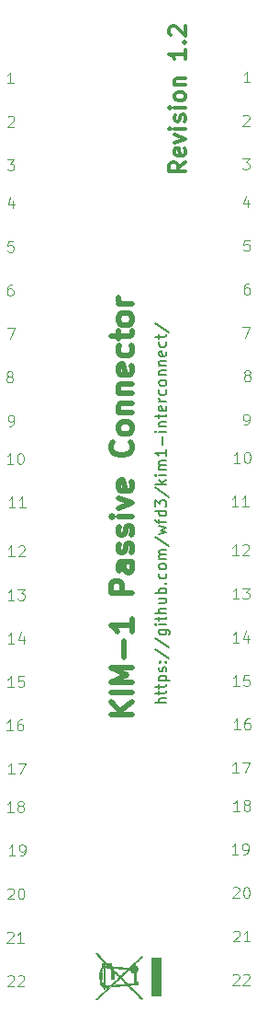
<source format=gbr>
%TF.GenerationSoftware,KiCad,Pcbnew,8.0.5-8.0.5-0~ubuntu24.04.1*%
%TF.CreationDate,2024-10-05T16:37:18-07:00*%
%TF.ProjectId,interconnect,696e7465-7263-46f6-9e6e-6563742e6b69,rev?*%
%TF.SameCoordinates,Original*%
%TF.FileFunction,Legend,Top*%
%TF.FilePolarity,Positive*%
%FSLAX46Y46*%
G04 Gerber Fmt 4.6, Leading zero omitted, Abs format (unit mm)*
G04 Created by KiCad (PCBNEW 8.0.5-8.0.5-0~ubuntu24.04.1) date 2024-10-05 16:37:18*
%MOMM*%
%LPD*%
G01*
G04 APERTURE LIST*
%ADD10C,0.500000*%
%ADD11C,0.300000*%
%ADD12C,0.200000*%
%ADD13C,0.100000*%
%ADD14C,0.010000*%
G04 APERTURE END LIST*
D10*
X130149238Y-117694862D02*
X128149238Y-117694862D01*
X130149238Y-116552005D02*
X129006380Y-117409148D01*
X128149238Y-116552005D02*
X129292095Y-117694862D01*
X130149238Y-115694862D02*
X128149238Y-115694862D01*
X130149238Y-114742481D02*
X128149238Y-114742481D01*
X128149238Y-114742481D02*
X129577809Y-114075814D01*
X129577809Y-114075814D02*
X128149238Y-113409148D01*
X128149238Y-113409148D02*
X130149238Y-113409148D01*
X129387333Y-112456767D02*
X129387333Y-110932958D01*
X130149238Y-108932958D02*
X130149238Y-110075815D01*
X130149238Y-109504387D02*
X128149238Y-109504387D01*
X128149238Y-109504387D02*
X128434952Y-109694863D01*
X128434952Y-109694863D02*
X128625428Y-109885339D01*
X128625428Y-109885339D02*
X128720666Y-110075815D01*
X130149238Y-106552005D02*
X128149238Y-106552005D01*
X128149238Y-106552005D02*
X128149238Y-105790100D01*
X128149238Y-105790100D02*
X128244476Y-105599624D01*
X128244476Y-105599624D02*
X128339714Y-105504386D01*
X128339714Y-105504386D02*
X128530190Y-105409148D01*
X128530190Y-105409148D02*
X128815904Y-105409148D01*
X128815904Y-105409148D02*
X129006380Y-105504386D01*
X129006380Y-105504386D02*
X129101619Y-105599624D01*
X129101619Y-105599624D02*
X129196857Y-105790100D01*
X129196857Y-105790100D02*
X129196857Y-106552005D01*
X130149238Y-103694862D02*
X129101619Y-103694862D01*
X129101619Y-103694862D02*
X128911142Y-103790100D01*
X128911142Y-103790100D02*
X128815904Y-103980576D01*
X128815904Y-103980576D02*
X128815904Y-104361529D01*
X128815904Y-104361529D02*
X128911142Y-104552005D01*
X130054000Y-103694862D02*
X130149238Y-103885338D01*
X130149238Y-103885338D02*
X130149238Y-104361529D01*
X130149238Y-104361529D02*
X130054000Y-104552005D01*
X130054000Y-104552005D02*
X129863523Y-104647243D01*
X129863523Y-104647243D02*
X129673047Y-104647243D01*
X129673047Y-104647243D02*
X129482571Y-104552005D01*
X129482571Y-104552005D02*
X129387333Y-104361529D01*
X129387333Y-104361529D02*
X129387333Y-103885338D01*
X129387333Y-103885338D02*
X129292095Y-103694862D01*
X130054000Y-102837719D02*
X130149238Y-102647243D01*
X130149238Y-102647243D02*
X130149238Y-102266291D01*
X130149238Y-102266291D02*
X130054000Y-102075814D01*
X130054000Y-102075814D02*
X129863523Y-101980576D01*
X129863523Y-101980576D02*
X129768285Y-101980576D01*
X129768285Y-101980576D02*
X129577809Y-102075814D01*
X129577809Y-102075814D02*
X129482571Y-102266291D01*
X129482571Y-102266291D02*
X129482571Y-102552005D01*
X129482571Y-102552005D02*
X129387333Y-102742481D01*
X129387333Y-102742481D02*
X129196857Y-102837719D01*
X129196857Y-102837719D02*
X129101619Y-102837719D01*
X129101619Y-102837719D02*
X128911142Y-102742481D01*
X128911142Y-102742481D02*
X128815904Y-102552005D01*
X128815904Y-102552005D02*
X128815904Y-102266291D01*
X128815904Y-102266291D02*
X128911142Y-102075814D01*
X130054000Y-101218671D02*
X130149238Y-101028195D01*
X130149238Y-101028195D02*
X130149238Y-100647243D01*
X130149238Y-100647243D02*
X130054000Y-100456766D01*
X130054000Y-100456766D02*
X129863523Y-100361528D01*
X129863523Y-100361528D02*
X129768285Y-100361528D01*
X129768285Y-100361528D02*
X129577809Y-100456766D01*
X129577809Y-100456766D02*
X129482571Y-100647243D01*
X129482571Y-100647243D02*
X129482571Y-100932957D01*
X129482571Y-100932957D02*
X129387333Y-101123433D01*
X129387333Y-101123433D02*
X129196857Y-101218671D01*
X129196857Y-101218671D02*
X129101619Y-101218671D01*
X129101619Y-101218671D02*
X128911142Y-101123433D01*
X128911142Y-101123433D02*
X128815904Y-100932957D01*
X128815904Y-100932957D02*
X128815904Y-100647243D01*
X128815904Y-100647243D02*
X128911142Y-100456766D01*
X130149238Y-99504385D02*
X128815904Y-99504385D01*
X128149238Y-99504385D02*
X128244476Y-99599623D01*
X128244476Y-99599623D02*
X128339714Y-99504385D01*
X128339714Y-99504385D02*
X128244476Y-99409147D01*
X128244476Y-99409147D02*
X128149238Y-99504385D01*
X128149238Y-99504385D02*
X128339714Y-99504385D01*
X128815904Y-98742480D02*
X130149238Y-98266290D01*
X130149238Y-98266290D02*
X128815904Y-97790099D01*
X130054000Y-96266289D02*
X130149238Y-96456765D01*
X130149238Y-96456765D02*
X130149238Y-96837718D01*
X130149238Y-96837718D02*
X130054000Y-97028194D01*
X130054000Y-97028194D02*
X129863523Y-97123432D01*
X129863523Y-97123432D02*
X129101619Y-97123432D01*
X129101619Y-97123432D02*
X128911142Y-97028194D01*
X128911142Y-97028194D02*
X128815904Y-96837718D01*
X128815904Y-96837718D02*
X128815904Y-96456765D01*
X128815904Y-96456765D02*
X128911142Y-96266289D01*
X128911142Y-96266289D02*
X129101619Y-96171051D01*
X129101619Y-96171051D02*
X129292095Y-96171051D01*
X129292095Y-96171051D02*
X129482571Y-97123432D01*
X129958761Y-92647241D02*
X130054000Y-92742479D01*
X130054000Y-92742479D02*
X130149238Y-93028193D01*
X130149238Y-93028193D02*
X130149238Y-93218669D01*
X130149238Y-93218669D02*
X130054000Y-93504384D01*
X130054000Y-93504384D02*
X129863523Y-93694860D01*
X129863523Y-93694860D02*
X129673047Y-93790098D01*
X129673047Y-93790098D02*
X129292095Y-93885336D01*
X129292095Y-93885336D02*
X129006380Y-93885336D01*
X129006380Y-93885336D02*
X128625428Y-93790098D01*
X128625428Y-93790098D02*
X128434952Y-93694860D01*
X128434952Y-93694860D02*
X128244476Y-93504384D01*
X128244476Y-93504384D02*
X128149238Y-93218669D01*
X128149238Y-93218669D02*
X128149238Y-93028193D01*
X128149238Y-93028193D02*
X128244476Y-92742479D01*
X128244476Y-92742479D02*
X128339714Y-92647241D01*
X130149238Y-91504384D02*
X130054000Y-91694860D01*
X130054000Y-91694860D02*
X129958761Y-91790098D01*
X129958761Y-91790098D02*
X129768285Y-91885336D01*
X129768285Y-91885336D02*
X129196857Y-91885336D01*
X129196857Y-91885336D02*
X129006380Y-91790098D01*
X129006380Y-91790098D02*
X128911142Y-91694860D01*
X128911142Y-91694860D02*
X128815904Y-91504384D01*
X128815904Y-91504384D02*
X128815904Y-91218669D01*
X128815904Y-91218669D02*
X128911142Y-91028193D01*
X128911142Y-91028193D02*
X129006380Y-90932955D01*
X129006380Y-90932955D02*
X129196857Y-90837717D01*
X129196857Y-90837717D02*
X129768285Y-90837717D01*
X129768285Y-90837717D02*
X129958761Y-90932955D01*
X129958761Y-90932955D02*
X130054000Y-91028193D01*
X130054000Y-91028193D02*
X130149238Y-91218669D01*
X130149238Y-91218669D02*
X130149238Y-91504384D01*
X128815904Y-89980574D02*
X130149238Y-89980574D01*
X129006380Y-89980574D02*
X128911142Y-89885336D01*
X128911142Y-89885336D02*
X128815904Y-89694860D01*
X128815904Y-89694860D02*
X128815904Y-89409145D01*
X128815904Y-89409145D02*
X128911142Y-89218669D01*
X128911142Y-89218669D02*
X129101619Y-89123431D01*
X129101619Y-89123431D02*
X130149238Y-89123431D01*
X128815904Y-88171050D02*
X130149238Y-88171050D01*
X129006380Y-88171050D02*
X128911142Y-88075812D01*
X128911142Y-88075812D02*
X128815904Y-87885336D01*
X128815904Y-87885336D02*
X128815904Y-87599621D01*
X128815904Y-87599621D02*
X128911142Y-87409145D01*
X128911142Y-87409145D02*
X129101619Y-87313907D01*
X129101619Y-87313907D02*
X130149238Y-87313907D01*
X130054000Y-85599621D02*
X130149238Y-85790097D01*
X130149238Y-85790097D02*
X130149238Y-86171050D01*
X130149238Y-86171050D02*
X130054000Y-86361526D01*
X130054000Y-86361526D02*
X129863523Y-86456764D01*
X129863523Y-86456764D02*
X129101619Y-86456764D01*
X129101619Y-86456764D02*
X128911142Y-86361526D01*
X128911142Y-86361526D02*
X128815904Y-86171050D01*
X128815904Y-86171050D02*
X128815904Y-85790097D01*
X128815904Y-85790097D02*
X128911142Y-85599621D01*
X128911142Y-85599621D02*
X129101619Y-85504383D01*
X129101619Y-85504383D02*
X129292095Y-85504383D01*
X129292095Y-85504383D02*
X129482571Y-86456764D01*
X130054000Y-83790097D02*
X130149238Y-83980573D01*
X130149238Y-83980573D02*
X130149238Y-84361526D01*
X130149238Y-84361526D02*
X130054000Y-84552002D01*
X130054000Y-84552002D02*
X129958761Y-84647240D01*
X129958761Y-84647240D02*
X129768285Y-84742478D01*
X129768285Y-84742478D02*
X129196857Y-84742478D01*
X129196857Y-84742478D02*
X129006380Y-84647240D01*
X129006380Y-84647240D02*
X128911142Y-84552002D01*
X128911142Y-84552002D02*
X128815904Y-84361526D01*
X128815904Y-84361526D02*
X128815904Y-83980573D01*
X128815904Y-83980573D02*
X128911142Y-83790097D01*
X128815904Y-83218668D02*
X128815904Y-82456764D01*
X128149238Y-82932954D02*
X129863523Y-82932954D01*
X129863523Y-82932954D02*
X130054000Y-82837716D01*
X130054000Y-82837716D02*
X130149238Y-82647240D01*
X130149238Y-82647240D02*
X130149238Y-82456764D01*
X130149238Y-81504383D02*
X130054000Y-81694859D01*
X130054000Y-81694859D02*
X129958761Y-81790097D01*
X129958761Y-81790097D02*
X129768285Y-81885335D01*
X129768285Y-81885335D02*
X129196857Y-81885335D01*
X129196857Y-81885335D02*
X129006380Y-81790097D01*
X129006380Y-81790097D02*
X128911142Y-81694859D01*
X128911142Y-81694859D02*
X128815904Y-81504383D01*
X128815904Y-81504383D02*
X128815904Y-81218668D01*
X128815904Y-81218668D02*
X128911142Y-81028192D01*
X128911142Y-81028192D02*
X129006380Y-80932954D01*
X129006380Y-80932954D02*
X129196857Y-80837716D01*
X129196857Y-80837716D02*
X129768285Y-80837716D01*
X129768285Y-80837716D02*
X129958761Y-80932954D01*
X129958761Y-80932954D02*
X130054000Y-81028192D01*
X130054000Y-81028192D02*
X130149238Y-81218668D01*
X130149238Y-81218668D02*
X130149238Y-81504383D01*
X130149238Y-79980573D02*
X128815904Y-79980573D01*
X129196857Y-79980573D02*
X129006380Y-79885335D01*
X129006380Y-79885335D02*
X128911142Y-79790097D01*
X128911142Y-79790097D02*
X128815904Y-79599621D01*
X128815904Y-79599621D02*
X128815904Y-79409144D01*
D11*
X135040828Y-66908346D02*
X134326542Y-67408346D01*
X135040828Y-67765489D02*
X133540828Y-67765489D01*
X133540828Y-67765489D02*
X133540828Y-67194060D01*
X133540828Y-67194060D02*
X133612257Y-67051203D01*
X133612257Y-67051203D02*
X133683685Y-66979774D01*
X133683685Y-66979774D02*
X133826542Y-66908346D01*
X133826542Y-66908346D02*
X134040828Y-66908346D01*
X134040828Y-66908346D02*
X134183685Y-66979774D01*
X134183685Y-66979774D02*
X134255114Y-67051203D01*
X134255114Y-67051203D02*
X134326542Y-67194060D01*
X134326542Y-67194060D02*
X134326542Y-67765489D01*
X134969400Y-65694060D02*
X135040828Y-65836917D01*
X135040828Y-65836917D02*
X135040828Y-66122632D01*
X135040828Y-66122632D02*
X134969400Y-66265489D01*
X134969400Y-66265489D02*
X134826542Y-66336917D01*
X134826542Y-66336917D02*
X134255114Y-66336917D01*
X134255114Y-66336917D02*
X134112257Y-66265489D01*
X134112257Y-66265489D02*
X134040828Y-66122632D01*
X134040828Y-66122632D02*
X134040828Y-65836917D01*
X134040828Y-65836917D02*
X134112257Y-65694060D01*
X134112257Y-65694060D02*
X134255114Y-65622632D01*
X134255114Y-65622632D02*
X134397971Y-65622632D01*
X134397971Y-65622632D02*
X134540828Y-66336917D01*
X134040828Y-65122632D02*
X135040828Y-64765489D01*
X135040828Y-64765489D02*
X134040828Y-64408346D01*
X135040828Y-63836918D02*
X134040828Y-63836918D01*
X133540828Y-63836918D02*
X133612257Y-63908346D01*
X133612257Y-63908346D02*
X133683685Y-63836918D01*
X133683685Y-63836918D02*
X133612257Y-63765489D01*
X133612257Y-63765489D02*
X133540828Y-63836918D01*
X133540828Y-63836918D02*
X133683685Y-63836918D01*
X134969400Y-63194060D02*
X135040828Y-63051203D01*
X135040828Y-63051203D02*
X135040828Y-62765489D01*
X135040828Y-62765489D02*
X134969400Y-62622632D01*
X134969400Y-62622632D02*
X134826542Y-62551203D01*
X134826542Y-62551203D02*
X134755114Y-62551203D01*
X134755114Y-62551203D02*
X134612257Y-62622632D01*
X134612257Y-62622632D02*
X134540828Y-62765489D01*
X134540828Y-62765489D02*
X134540828Y-62979775D01*
X134540828Y-62979775D02*
X134469400Y-63122632D01*
X134469400Y-63122632D02*
X134326542Y-63194060D01*
X134326542Y-63194060D02*
X134255114Y-63194060D01*
X134255114Y-63194060D02*
X134112257Y-63122632D01*
X134112257Y-63122632D02*
X134040828Y-62979775D01*
X134040828Y-62979775D02*
X134040828Y-62765489D01*
X134040828Y-62765489D02*
X134112257Y-62622632D01*
X135040828Y-61908346D02*
X134040828Y-61908346D01*
X133540828Y-61908346D02*
X133612257Y-61979774D01*
X133612257Y-61979774D02*
X133683685Y-61908346D01*
X133683685Y-61908346D02*
X133612257Y-61836917D01*
X133612257Y-61836917D02*
X133540828Y-61908346D01*
X133540828Y-61908346D02*
X133683685Y-61908346D01*
X135040828Y-60979774D02*
X134969400Y-61122631D01*
X134969400Y-61122631D02*
X134897971Y-61194060D01*
X134897971Y-61194060D02*
X134755114Y-61265488D01*
X134755114Y-61265488D02*
X134326542Y-61265488D01*
X134326542Y-61265488D02*
X134183685Y-61194060D01*
X134183685Y-61194060D02*
X134112257Y-61122631D01*
X134112257Y-61122631D02*
X134040828Y-60979774D01*
X134040828Y-60979774D02*
X134040828Y-60765488D01*
X134040828Y-60765488D02*
X134112257Y-60622631D01*
X134112257Y-60622631D02*
X134183685Y-60551203D01*
X134183685Y-60551203D02*
X134326542Y-60479774D01*
X134326542Y-60479774D02*
X134755114Y-60479774D01*
X134755114Y-60479774D02*
X134897971Y-60551203D01*
X134897971Y-60551203D02*
X134969400Y-60622631D01*
X134969400Y-60622631D02*
X135040828Y-60765488D01*
X135040828Y-60765488D02*
X135040828Y-60979774D01*
X134040828Y-59836917D02*
X135040828Y-59836917D01*
X134183685Y-59836917D02*
X134112257Y-59765488D01*
X134112257Y-59765488D02*
X134040828Y-59622631D01*
X134040828Y-59622631D02*
X134040828Y-59408345D01*
X134040828Y-59408345D02*
X134112257Y-59265488D01*
X134112257Y-59265488D02*
X134255114Y-59194060D01*
X134255114Y-59194060D02*
X135040828Y-59194060D01*
X135040828Y-56551202D02*
X135040828Y-57408345D01*
X135040828Y-56979774D02*
X133540828Y-56979774D01*
X133540828Y-56979774D02*
X133755114Y-57122631D01*
X133755114Y-57122631D02*
X133897971Y-57265488D01*
X133897971Y-57265488D02*
X133969400Y-57408345D01*
X134897971Y-55908346D02*
X134969400Y-55836917D01*
X134969400Y-55836917D02*
X135040828Y-55908346D01*
X135040828Y-55908346D02*
X134969400Y-55979774D01*
X134969400Y-55979774D02*
X134897971Y-55908346D01*
X134897971Y-55908346D02*
X135040828Y-55908346D01*
X133683685Y-55265488D02*
X133612257Y-55194060D01*
X133612257Y-55194060D02*
X133540828Y-55051203D01*
X133540828Y-55051203D02*
X133540828Y-54694060D01*
X133540828Y-54694060D02*
X133612257Y-54551203D01*
X133612257Y-54551203D02*
X133683685Y-54479774D01*
X133683685Y-54479774D02*
X133826542Y-54408345D01*
X133826542Y-54408345D02*
X133969400Y-54408345D01*
X133969400Y-54408345D02*
X134183685Y-54479774D01*
X134183685Y-54479774D02*
X135040828Y-55336917D01*
X135040828Y-55336917D02*
X135040828Y-54408345D01*
D12*
X133257219Y-116660326D02*
X132257219Y-116660326D01*
X133257219Y-116231755D02*
X132733409Y-116231755D01*
X132733409Y-116231755D02*
X132638171Y-116279374D01*
X132638171Y-116279374D02*
X132590552Y-116374612D01*
X132590552Y-116374612D02*
X132590552Y-116517469D01*
X132590552Y-116517469D02*
X132638171Y-116612707D01*
X132638171Y-116612707D02*
X132685790Y-116660326D01*
X132590552Y-115898421D02*
X132590552Y-115517469D01*
X132257219Y-115755564D02*
X133114361Y-115755564D01*
X133114361Y-115755564D02*
X133209600Y-115707945D01*
X133209600Y-115707945D02*
X133257219Y-115612707D01*
X133257219Y-115612707D02*
X133257219Y-115517469D01*
X132590552Y-115326992D02*
X132590552Y-114946040D01*
X132257219Y-115184135D02*
X133114361Y-115184135D01*
X133114361Y-115184135D02*
X133209600Y-115136516D01*
X133209600Y-115136516D02*
X133257219Y-115041278D01*
X133257219Y-115041278D02*
X133257219Y-114946040D01*
X132590552Y-114612706D02*
X133590552Y-114612706D01*
X132638171Y-114612706D02*
X132590552Y-114517468D01*
X132590552Y-114517468D02*
X132590552Y-114326992D01*
X132590552Y-114326992D02*
X132638171Y-114231754D01*
X132638171Y-114231754D02*
X132685790Y-114184135D01*
X132685790Y-114184135D02*
X132781028Y-114136516D01*
X132781028Y-114136516D02*
X133066742Y-114136516D01*
X133066742Y-114136516D02*
X133161980Y-114184135D01*
X133161980Y-114184135D02*
X133209600Y-114231754D01*
X133209600Y-114231754D02*
X133257219Y-114326992D01*
X133257219Y-114326992D02*
X133257219Y-114517468D01*
X133257219Y-114517468D02*
X133209600Y-114612706D01*
X133209600Y-113755563D02*
X133257219Y-113660325D01*
X133257219Y-113660325D02*
X133257219Y-113469849D01*
X133257219Y-113469849D02*
X133209600Y-113374611D01*
X133209600Y-113374611D02*
X133114361Y-113326992D01*
X133114361Y-113326992D02*
X133066742Y-113326992D01*
X133066742Y-113326992D02*
X132971504Y-113374611D01*
X132971504Y-113374611D02*
X132923885Y-113469849D01*
X132923885Y-113469849D02*
X132923885Y-113612706D01*
X132923885Y-113612706D02*
X132876266Y-113707944D01*
X132876266Y-113707944D02*
X132781028Y-113755563D01*
X132781028Y-113755563D02*
X132733409Y-113755563D01*
X132733409Y-113755563D02*
X132638171Y-113707944D01*
X132638171Y-113707944D02*
X132590552Y-113612706D01*
X132590552Y-113612706D02*
X132590552Y-113469849D01*
X132590552Y-113469849D02*
X132638171Y-113374611D01*
X133161980Y-112898420D02*
X133209600Y-112850801D01*
X133209600Y-112850801D02*
X133257219Y-112898420D01*
X133257219Y-112898420D02*
X133209600Y-112946039D01*
X133209600Y-112946039D02*
X133161980Y-112898420D01*
X133161980Y-112898420D02*
X133257219Y-112898420D01*
X132638171Y-112898420D02*
X132685790Y-112850801D01*
X132685790Y-112850801D02*
X132733409Y-112898420D01*
X132733409Y-112898420D02*
X132685790Y-112946039D01*
X132685790Y-112946039D02*
X132638171Y-112898420D01*
X132638171Y-112898420D02*
X132733409Y-112898420D01*
X132209600Y-111707945D02*
X133495314Y-112565087D01*
X132209600Y-110660326D02*
X133495314Y-111517468D01*
X132590552Y-109898421D02*
X133400076Y-109898421D01*
X133400076Y-109898421D02*
X133495314Y-109946040D01*
X133495314Y-109946040D02*
X133542933Y-109993659D01*
X133542933Y-109993659D02*
X133590552Y-110088897D01*
X133590552Y-110088897D02*
X133590552Y-110231754D01*
X133590552Y-110231754D02*
X133542933Y-110326992D01*
X133209600Y-109898421D02*
X133257219Y-109993659D01*
X133257219Y-109993659D02*
X133257219Y-110184135D01*
X133257219Y-110184135D02*
X133209600Y-110279373D01*
X133209600Y-110279373D02*
X133161980Y-110326992D01*
X133161980Y-110326992D02*
X133066742Y-110374611D01*
X133066742Y-110374611D02*
X132781028Y-110374611D01*
X132781028Y-110374611D02*
X132685790Y-110326992D01*
X132685790Y-110326992D02*
X132638171Y-110279373D01*
X132638171Y-110279373D02*
X132590552Y-110184135D01*
X132590552Y-110184135D02*
X132590552Y-109993659D01*
X132590552Y-109993659D02*
X132638171Y-109898421D01*
X133257219Y-109422230D02*
X132590552Y-109422230D01*
X132257219Y-109422230D02*
X132304838Y-109469849D01*
X132304838Y-109469849D02*
X132352457Y-109422230D01*
X132352457Y-109422230D02*
X132304838Y-109374611D01*
X132304838Y-109374611D02*
X132257219Y-109422230D01*
X132257219Y-109422230D02*
X132352457Y-109422230D01*
X132590552Y-109088897D02*
X132590552Y-108707945D01*
X132257219Y-108946040D02*
X133114361Y-108946040D01*
X133114361Y-108946040D02*
X133209600Y-108898421D01*
X133209600Y-108898421D02*
X133257219Y-108803183D01*
X133257219Y-108803183D02*
X133257219Y-108707945D01*
X133257219Y-108374611D02*
X132257219Y-108374611D01*
X133257219Y-107946040D02*
X132733409Y-107946040D01*
X132733409Y-107946040D02*
X132638171Y-107993659D01*
X132638171Y-107993659D02*
X132590552Y-108088897D01*
X132590552Y-108088897D02*
X132590552Y-108231754D01*
X132590552Y-108231754D02*
X132638171Y-108326992D01*
X132638171Y-108326992D02*
X132685790Y-108374611D01*
X132590552Y-107041278D02*
X133257219Y-107041278D01*
X132590552Y-107469849D02*
X133114361Y-107469849D01*
X133114361Y-107469849D02*
X133209600Y-107422230D01*
X133209600Y-107422230D02*
X133257219Y-107326992D01*
X133257219Y-107326992D02*
X133257219Y-107184135D01*
X133257219Y-107184135D02*
X133209600Y-107088897D01*
X133209600Y-107088897D02*
X133161980Y-107041278D01*
X133257219Y-106565087D02*
X132257219Y-106565087D01*
X132638171Y-106565087D02*
X132590552Y-106469849D01*
X132590552Y-106469849D02*
X132590552Y-106279373D01*
X132590552Y-106279373D02*
X132638171Y-106184135D01*
X132638171Y-106184135D02*
X132685790Y-106136516D01*
X132685790Y-106136516D02*
X132781028Y-106088897D01*
X132781028Y-106088897D02*
X133066742Y-106088897D01*
X133066742Y-106088897D02*
X133161980Y-106136516D01*
X133161980Y-106136516D02*
X133209600Y-106184135D01*
X133209600Y-106184135D02*
X133257219Y-106279373D01*
X133257219Y-106279373D02*
X133257219Y-106469849D01*
X133257219Y-106469849D02*
X133209600Y-106565087D01*
X133161980Y-105660325D02*
X133209600Y-105612706D01*
X133209600Y-105612706D02*
X133257219Y-105660325D01*
X133257219Y-105660325D02*
X133209600Y-105707944D01*
X133209600Y-105707944D02*
X133161980Y-105660325D01*
X133161980Y-105660325D02*
X133257219Y-105660325D01*
X133209600Y-104755564D02*
X133257219Y-104850802D01*
X133257219Y-104850802D02*
X133257219Y-105041278D01*
X133257219Y-105041278D02*
X133209600Y-105136516D01*
X133209600Y-105136516D02*
X133161980Y-105184135D01*
X133161980Y-105184135D02*
X133066742Y-105231754D01*
X133066742Y-105231754D02*
X132781028Y-105231754D01*
X132781028Y-105231754D02*
X132685790Y-105184135D01*
X132685790Y-105184135D02*
X132638171Y-105136516D01*
X132638171Y-105136516D02*
X132590552Y-105041278D01*
X132590552Y-105041278D02*
X132590552Y-104850802D01*
X132590552Y-104850802D02*
X132638171Y-104755564D01*
X133257219Y-104184135D02*
X133209600Y-104279373D01*
X133209600Y-104279373D02*
X133161980Y-104326992D01*
X133161980Y-104326992D02*
X133066742Y-104374611D01*
X133066742Y-104374611D02*
X132781028Y-104374611D01*
X132781028Y-104374611D02*
X132685790Y-104326992D01*
X132685790Y-104326992D02*
X132638171Y-104279373D01*
X132638171Y-104279373D02*
X132590552Y-104184135D01*
X132590552Y-104184135D02*
X132590552Y-104041278D01*
X132590552Y-104041278D02*
X132638171Y-103946040D01*
X132638171Y-103946040D02*
X132685790Y-103898421D01*
X132685790Y-103898421D02*
X132781028Y-103850802D01*
X132781028Y-103850802D02*
X133066742Y-103850802D01*
X133066742Y-103850802D02*
X133161980Y-103898421D01*
X133161980Y-103898421D02*
X133209600Y-103946040D01*
X133209600Y-103946040D02*
X133257219Y-104041278D01*
X133257219Y-104041278D02*
X133257219Y-104184135D01*
X133257219Y-103422230D02*
X132590552Y-103422230D01*
X132685790Y-103422230D02*
X132638171Y-103374611D01*
X132638171Y-103374611D02*
X132590552Y-103279373D01*
X132590552Y-103279373D02*
X132590552Y-103136516D01*
X132590552Y-103136516D02*
X132638171Y-103041278D01*
X132638171Y-103041278D02*
X132733409Y-102993659D01*
X132733409Y-102993659D02*
X133257219Y-102993659D01*
X132733409Y-102993659D02*
X132638171Y-102946040D01*
X132638171Y-102946040D02*
X132590552Y-102850802D01*
X132590552Y-102850802D02*
X132590552Y-102707945D01*
X132590552Y-102707945D02*
X132638171Y-102612706D01*
X132638171Y-102612706D02*
X132733409Y-102565087D01*
X132733409Y-102565087D02*
X133257219Y-102565087D01*
X132209600Y-101374612D02*
X133495314Y-102231754D01*
X132590552Y-101136516D02*
X133257219Y-100946040D01*
X133257219Y-100946040D02*
X132781028Y-100755564D01*
X132781028Y-100755564D02*
X133257219Y-100565088D01*
X133257219Y-100565088D02*
X132590552Y-100374612D01*
X132590552Y-100136516D02*
X132590552Y-99755564D01*
X133257219Y-99993659D02*
X132400076Y-99993659D01*
X132400076Y-99993659D02*
X132304838Y-99946040D01*
X132304838Y-99946040D02*
X132257219Y-99850802D01*
X132257219Y-99850802D02*
X132257219Y-99755564D01*
X133257219Y-98993659D02*
X132257219Y-98993659D01*
X133209600Y-98993659D02*
X133257219Y-99088897D01*
X133257219Y-99088897D02*
X133257219Y-99279373D01*
X133257219Y-99279373D02*
X133209600Y-99374611D01*
X133209600Y-99374611D02*
X133161980Y-99422230D01*
X133161980Y-99422230D02*
X133066742Y-99469849D01*
X133066742Y-99469849D02*
X132781028Y-99469849D01*
X132781028Y-99469849D02*
X132685790Y-99422230D01*
X132685790Y-99422230D02*
X132638171Y-99374611D01*
X132638171Y-99374611D02*
X132590552Y-99279373D01*
X132590552Y-99279373D02*
X132590552Y-99088897D01*
X132590552Y-99088897D02*
X132638171Y-98993659D01*
X132257219Y-98612706D02*
X132257219Y-97993659D01*
X132257219Y-97993659D02*
X132638171Y-98326992D01*
X132638171Y-98326992D02*
X132638171Y-98184135D01*
X132638171Y-98184135D02*
X132685790Y-98088897D01*
X132685790Y-98088897D02*
X132733409Y-98041278D01*
X132733409Y-98041278D02*
X132828647Y-97993659D01*
X132828647Y-97993659D02*
X133066742Y-97993659D01*
X133066742Y-97993659D02*
X133161980Y-98041278D01*
X133161980Y-98041278D02*
X133209600Y-98088897D01*
X133209600Y-98088897D02*
X133257219Y-98184135D01*
X133257219Y-98184135D02*
X133257219Y-98469849D01*
X133257219Y-98469849D02*
X133209600Y-98565087D01*
X133209600Y-98565087D02*
X133161980Y-98612706D01*
X132209600Y-96850802D02*
X133495314Y-97707944D01*
X133257219Y-96517468D02*
X132257219Y-96517468D01*
X132876266Y-96422230D02*
X133257219Y-96136516D01*
X132590552Y-96136516D02*
X132971504Y-96517468D01*
X133257219Y-95707944D02*
X132590552Y-95707944D01*
X132257219Y-95707944D02*
X132304838Y-95755563D01*
X132304838Y-95755563D02*
X132352457Y-95707944D01*
X132352457Y-95707944D02*
X132304838Y-95660325D01*
X132304838Y-95660325D02*
X132257219Y-95707944D01*
X132257219Y-95707944D02*
X132352457Y-95707944D01*
X133257219Y-95231754D02*
X132590552Y-95231754D01*
X132685790Y-95231754D02*
X132638171Y-95184135D01*
X132638171Y-95184135D02*
X132590552Y-95088897D01*
X132590552Y-95088897D02*
X132590552Y-94946040D01*
X132590552Y-94946040D02*
X132638171Y-94850802D01*
X132638171Y-94850802D02*
X132733409Y-94803183D01*
X132733409Y-94803183D02*
X133257219Y-94803183D01*
X132733409Y-94803183D02*
X132638171Y-94755564D01*
X132638171Y-94755564D02*
X132590552Y-94660326D01*
X132590552Y-94660326D02*
X132590552Y-94517469D01*
X132590552Y-94517469D02*
X132638171Y-94422230D01*
X132638171Y-94422230D02*
X132733409Y-94374611D01*
X132733409Y-94374611D02*
X133257219Y-94374611D01*
X133257219Y-93374612D02*
X133257219Y-93946040D01*
X133257219Y-93660326D02*
X132257219Y-93660326D01*
X132257219Y-93660326D02*
X132400076Y-93755564D01*
X132400076Y-93755564D02*
X132495314Y-93850802D01*
X132495314Y-93850802D02*
X132542933Y-93946040D01*
X132876266Y-92946040D02*
X132876266Y-92184136D01*
X133257219Y-91707945D02*
X132590552Y-91707945D01*
X132257219Y-91707945D02*
X132304838Y-91755564D01*
X132304838Y-91755564D02*
X132352457Y-91707945D01*
X132352457Y-91707945D02*
X132304838Y-91660326D01*
X132304838Y-91660326D02*
X132257219Y-91707945D01*
X132257219Y-91707945D02*
X132352457Y-91707945D01*
X132590552Y-91231755D02*
X133257219Y-91231755D01*
X132685790Y-91231755D02*
X132638171Y-91184136D01*
X132638171Y-91184136D02*
X132590552Y-91088898D01*
X132590552Y-91088898D02*
X132590552Y-90946041D01*
X132590552Y-90946041D02*
X132638171Y-90850803D01*
X132638171Y-90850803D02*
X132733409Y-90803184D01*
X132733409Y-90803184D02*
X133257219Y-90803184D01*
X132590552Y-90469850D02*
X132590552Y-90088898D01*
X132257219Y-90326993D02*
X133114361Y-90326993D01*
X133114361Y-90326993D02*
X133209600Y-90279374D01*
X133209600Y-90279374D02*
X133257219Y-90184136D01*
X133257219Y-90184136D02*
X133257219Y-90088898D01*
X133209600Y-89374612D02*
X133257219Y-89469850D01*
X133257219Y-89469850D02*
X133257219Y-89660326D01*
X133257219Y-89660326D02*
X133209600Y-89755564D01*
X133209600Y-89755564D02*
X133114361Y-89803183D01*
X133114361Y-89803183D02*
X132733409Y-89803183D01*
X132733409Y-89803183D02*
X132638171Y-89755564D01*
X132638171Y-89755564D02*
X132590552Y-89660326D01*
X132590552Y-89660326D02*
X132590552Y-89469850D01*
X132590552Y-89469850D02*
X132638171Y-89374612D01*
X132638171Y-89374612D02*
X132733409Y-89326993D01*
X132733409Y-89326993D02*
X132828647Y-89326993D01*
X132828647Y-89326993D02*
X132923885Y-89803183D01*
X133257219Y-88898421D02*
X132590552Y-88898421D01*
X132781028Y-88898421D02*
X132685790Y-88850802D01*
X132685790Y-88850802D02*
X132638171Y-88803183D01*
X132638171Y-88803183D02*
X132590552Y-88707945D01*
X132590552Y-88707945D02*
X132590552Y-88612707D01*
X133209600Y-87850802D02*
X133257219Y-87946040D01*
X133257219Y-87946040D02*
X133257219Y-88136516D01*
X133257219Y-88136516D02*
X133209600Y-88231754D01*
X133209600Y-88231754D02*
X133161980Y-88279373D01*
X133161980Y-88279373D02*
X133066742Y-88326992D01*
X133066742Y-88326992D02*
X132781028Y-88326992D01*
X132781028Y-88326992D02*
X132685790Y-88279373D01*
X132685790Y-88279373D02*
X132638171Y-88231754D01*
X132638171Y-88231754D02*
X132590552Y-88136516D01*
X132590552Y-88136516D02*
X132590552Y-87946040D01*
X132590552Y-87946040D02*
X132638171Y-87850802D01*
X133257219Y-87279373D02*
X133209600Y-87374611D01*
X133209600Y-87374611D02*
X133161980Y-87422230D01*
X133161980Y-87422230D02*
X133066742Y-87469849D01*
X133066742Y-87469849D02*
X132781028Y-87469849D01*
X132781028Y-87469849D02*
X132685790Y-87422230D01*
X132685790Y-87422230D02*
X132638171Y-87374611D01*
X132638171Y-87374611D02*
X132590552Y-87279373D01*
X132590552Y-87279373D02*
X132590552Y-87136516D01*
X132590552Y-87136516D02*
X132638171Y-87041278D01*
X132638171Y-87041278D02*
X132685790Y-86993659D01*
X132685790Y-86993659D02*
X132781028Y-86946040D01*
X132781028Y-86946040D02*
X133066742Y-86946040D01*
X133066742Y-86946040D02*
X133161980Y-86993659D01*
X133161980Y-86993659D02*
X133209600Y-87041278D01*
X133209600Y-87041278D02*
X133257219Y-87136516D01*
X133257219Y-87136516D02*
X133257219Y-87279373D01*
X132590552Y-86517468D02*
X133257219Y-86517468D01*
X132685790Y-86517468D02*
X132638171Y-86469849D01*
X132638171Y-86469849D02*
X132590552Y-86374611D01*
X132590552Y-86374611D02*
X132590552Y-86231754D01*
X132590552Y-86231754D02*
X132638171Y-86136516D01*
X132638171Y-86136516D02*
X132733409Y-86088897D01*
X132733409Y-86088897D02*
X133257219Y-86088897D01*
X132590552Y-85612706D02*
X133257219Y-85612706D01*
X132685790Y-85612706D02*
X132638171Y-85565087D01*
X132638171Y-85565087D02*
X132590552Y-85469849D01*
X132590552Y-85469849D02*
X132590552Y-85326992D01*
X132590552Y-85326992D02*
X132638171Y-85231754D01*
X132638171Y-85231754D02*
X132733409Y-85184135D01*
X132733409Y-85184135D02*
X133257219Y-85184135D01*
X133209600Y-84326992D02*
X133257219Y-84422230D01*
X133257219Y-84422230D02*
X133257219Y-84612706D01*
X133257219Y-84612706D02*
X133209600Y-84707944D01*
X133209600Y-84707944D02*
X133114361Y-84755563D01*
X133114361Y-84755563D02*
X132733409Y-84755563D01*
X132733409Y-84755563D02*
X132638171Y-84707944D01*
X132638171Y-84707944D02*
X132590552Y-84612706D01*
X132590552Y-84612706D02*
X132590552Y-84422230D01*
X132590552Y-84422230D02*
X132638171Y-84326992D01*
X132638171Y-84326992D02*
X132733409Y-84279373D01*
X132733409Y-84279373D02*
X132828647Y-84279373D01*
X132828647Y-84279373D02*
X132923885Y-84755563D01*
X133209600Y-83422230D02*
X133257219Y-83517468D01*
X133257219Y-83517468D02*
X133257219Y-83707944D01*
X133257219Y-83707944D02*
X133209600Y-83803182D01*
X133209600Y-83803182D02*
X133161980Y-83850801D01*
X133161980Y-83850801D02*
X133066742Y-83898420D01*
X133066742Y-83898420D02*
X132781028Y-83898420D01*
X132781028Y-83898420D02*
X132685790Y-83850801D01*
X132685790Y-83850801D02*
X132638171Y-83803182D01*
X132638171Y-83803182D02*
X132590552Y-83707944D01*
X132590552Y-83707944D02*
X132590552Y-83517468D01*
X132590552Y-83517468D02*
X132638171Y-83422230D01*
X132590552Y-83136515D02*
X132590552Y-82755563D01*
X132257219Y-82993658D02*
X133114361Y-82993658D01*
X133114361Y-82993658D02*
X133209600Y-82946039D01*
X133209600Y-82946039D02*
X133257219Y-82850801D01*
X133257219Y-82850801D02*
X133257219Y-82755563D01*
X132209600Y-81707944D02*
X133495314Y-82565086D01*
D13*
X139412306Y-141677657D02*
X139459925Y-141630038D01*
X139459925Y-141630038D02*
X139555163Y-141582419D01*
X139555163Y-141582419D02*
X139793258Y-141582419D01*
X139793258Y-141582419D02*
X139888496Y-141630038D01*
X139888496Y-141630038D02*
X139936115Y-141677657D01*
X139936115Y-141677657D02*
X139983734Y-141772895D01*
X139983734Y-141772895D02*
X139983734Y-141868133D01*
X139983734Y-141868133D02*
X139936115Y-142010990D01*
X139936115Y-142010990D02*
X139364687Y-142582419D01*
X139364687Y-142582419D02*
X139983734Y-142582419D01*
X140364687Y-141677657D02*
X140412306Y-141630038D01*
X140412306Y-141630038D02*
X140507544Y-141582419D01*
X140507544Y-141582419D02*
X140745639Y-141582419D01*
X140745639Y-141582419D02*
X140840877Y-141630038D01*
X140840877Y-141630038D02*
X140888496Y-141677657D01*
X140888496Y-141677657D02*
X140936115Y-141772895D01*
X140936115Y-141772895D02*
X140936115Y-141868133D01*
X140936115Y-141868133D02*
X140888496Y-142010990D01*
X140888496Y-142010990D02*
X140317068Y-142582419D01*
X140317068Y-142582419D02*
X140936115Y-142582419D01*
X139936115Y-123082419D02*
X139364687Y-123082419D01*
X139650401Y-123082419D02*
X139650401Y-122082419D01*
X139650401Y-122082419D02*
X139555163Y-122225276D01*
X139555163Y-122225276D02*
X139459925Y-122320514D01*
X139459925Y-122320514D02*
X139364687Y-122368133D01*
X140269449Y-122082419D02*
X140936115Y-122082419D01*
X140936115Y-122082419D02*
X140507544Y-123082419D01*
X140340878Y-62677657D02*
X140388497Y-62630038D01*
X140388497Y-62630038D02*
X140483735Y-62582419D01*
X140483735Y-62582419D02*
X140721830Y-62582419D01*
X140721830Y-62582419D02*
X140817068Y-62630038D01*
X140817068Y-62630038D02*
X140864687Y-62677657D01*
X140864687Y-62677657D02*
X140912306Y-62772895D01*
X140912306Y-62772895D02*
X140912306Y-62868133D01*
X140912306Y-62868133D02*
X140864687Y-63010990D01*
X140864687Y-63010990D02*
X140293259Y-63582419D01*
X140293259Y-63582419D02*
X140912306Y-63582419D01*
X140888496Y-78082419D02*
X140698020Y-78082419D01*
X140698020Y-78082419D02*
X140602782Y-78130038D01*
X140602782Y-78130038D02*
X140555163Y-78177657D01*
X140555163Y-78177657D02*
X140459925Y-78320514D01*
X140459925Y-78320514D02*
X140412306Y-78510990D01*
X140412306Y-78510990D02*
X140412306Y-78891942D01*
X140412306Y-78891942D02*
X140459925Y-78987180D01*
X140459925Y-78987180D02*
X140507544Y-79034800D01*
X140507544Y-79034800D02*
X140602782Y-79082419D01*
X140602782Y-79082419D02*
X140793258Y-79082419D01*
X140793258Y-79082419D02*
X140888496Y-79034800D01*
X140888496Y-79034800D02*
X140936115Y-78987180D01*
X140936115Y-78987180D02*
X140983734Y-78891942D01*
X140983734Y-78891942D02*
X140983734Y-78653847D01*
X140983734Y-78653847D02*
X140936115Y-78558609D01*
X140936115Y-78558609D02*
X140888496Y-78510990D01*
X140888496Y-78510990D02*
X140793258Y-78463371D01*
X140793258Y-78463371D02*
X140602782Y-78463371D01*
X140602782Y-78463371D02*
X140507544Y-78510990D01*
X140507544Y-78510990D02*
X140459925Y-78558609D01*
X140459925Y-78558609D02*
X140412306Y-78653847D01*
X140983734Y-59582419D02*
X140412306Y-59582419D01*
X140698020Y-59582419D02*
X140698020Y-58582419D01*
X140698020Y-58582419D02*
X140602782Y-58725276D01*
X140602782Y-58725276D02*
X140507544Y-58820514D01*
X140507544Y-58820514D02*
X140412306Y-58868133D01*
X139936115Y-103082419D02*
X139364687Y-103082419D01*
X139650401Y-103082419D02*
X139650401Y-102082419D01*
X139650401Y-102082419D02*
X139555163Y-102225276D01*
X139555163Y-102225276D02*
X139459925Y-102320514D01*
X139459925Y-102320514D02*
X139364687Y-102368133D01*
X140317068Y-102177657D02*
X140364687Y-102130038D01*
X140364687Y-102130038D02*
X140459925Y-102082419D01*
X140459925Y-102082419D02*
X140698020Y-102082419D01*
X140698020Y-102082419D02*
X140793258Y-102130038D01*
X140793258Y-102130038D02*
X140840877Y-102177657D01*
X140840877Y-102177657D02*
X140888496Y-102272895D01*
X140888496Y-102272895D02*
X140888496Y-102368133D01*
X140888496Y-102368133D02*
X140840877Y-102510990D01*
X140840877Y-102510990D02*
X140269449Y-103082419D01*
X140269449Y-103082419D02*
X140888496Y-103082419D01*
X139959925Y-107082419D02*
X139388497Y-107082419D01*
X139674211Y-107082419D02*
X139674211Y-106082419D01*
X139674211Y-106082419D02*
X139578973Y-106225276D01*
X139578973Y-106225276D02*
X139483735Y-106320514D01*
X139483735Y-106320514D02*
X139388497Y-106368133D01*
X140293259Y-106082419D02*
X140912306Y-106082419D01*
X140912306Y-106082419D02*
X140578973Y-106463371D01*
X140578973Y-106463371D02*
X140721830Y-106463371D01*
X140721830Y-106463371D02*
X140817068Y-106510990D01*
X140817068Y-106510990D02*
X140864687Y-106558609D01*
X140864687Y-106558609D02*
X140912306Y-106653847D01*
X140912306Y-106653847D02*
X140912306Y-106891942D01*
X140912306Y-106891942D02*
X140864687Y-106987180D01*
X140864687Y-106987180D02*
X140817068Y-107034800D01*
X140817068Y-107034800D02*
X140721830Y-107082419D01*
X140721830Y-107082419D02*
X140436116Y-107082419D01*
X140436116Y-107082419D02*
X140340878Y-107034800D01*
X140340878Y-107034800D02*
X140293259Y-106987180D01*
X140650401Y-86510990D02*
X140555163Y-86463371D01*
X140555163Y-86463371D02*
X140507544Y-86415752D01*
X140507544Y-86415752D02*
X140459925Y-86320514D01*
X140459925Y-86320514D02*
X140459925Y-86272895D01*
X140459925Y-86272895D02*
X140507544Y-86177657D01*
X140507544Y-86177657D02*
X140555163Y-86130038D01*
X140555163Y-86130038D02*
X140650401Y-86082419D01*
X140650401Y-86082419D02*
X140840877Y-86082419D01*
X140840877Y-86082419D02*
X140936115Y-86130038D01*
X140936115Y-86130038D02*
X140983734Y-86177657D01*
X140983734Y-86177657D02*
X141031353Y-86272895D01*
X141031353Y-86272895D02*
X141031353Y-86320514D01*
X141031353Y-86320514D02*
X140983734Y-86415752D01*
X140983734Y-86415752D02*
X140936115Y-86463371D01*
X140936115Y-86463371D02*
X140840877Y-86510990D01*
X140840877Y-86510990D02*
X140650401Y-86510990D01*
X140650401Y-86510990D02*
X140555163Y-86558609D01*
X140555163Y-86558609D02*
X140507544Y-86606228D01*
X140507544Y-86606228D02*
X140459925Y-86701466D01*
X140459925Y-86701466D02*
X140459925Y-86891942D01*
X140459925Y-86891942D02*
X140507544Y-86987180D01*
X140507544Y-86987180D02*
X140555163Y-87034800D01*
X140555163Y-87034800D02*
X140650401Y-87082419D01*
X140650401Y-87082419D02*
X140840877Y-87082419D01*
X140840877Y-87082419D02*
X140936115Y-87034800D01*
X140936115Y-87034800D02*
X140983734Y-86987180D01*
X140983734Y-86987180D02*
X141031353Y-86891942D01*
X141031353Y-86891942D02*
X141031353Y-86701466D01*
X141031353Y-86701466D02*
X140983734Y-86606228D01*
X140983734Y-86606228D02*
X140936115Y-86558609D01*
X140936115Y-86558609D02*
X140840877Y-86510990D01*
X140912306Y-74082419D02*
X140436116Y-74082419D01*
X140436116Y-74082419D02*
X140388497Y-74558609D01*
X140388497Y-74558609D02*
X140436116Y-74510990D01*
X140436116Y-74510990D02*
X140531354Y-74463371D01*
X140531354Y-74463371D02*
X140769449Y-74463371D01*
X140769449Y-74463371D02*
X140864687Y-74510990D01*
X140864687Y-74510990D02*
X140912306Y-74558609D01*
X140912306Y-74558609D02*
X140959925Y-74653847D01*
X140959925Y-74653847D02*
X140959925Y-74891942D01*
X140959925Y-74891942D02*
X140912306Y-74987180D01*
X140912306Y-74987180D02*
X140864687Y-75034800D01*
X140864687Y-75034800D02*
X140769449Y-75082419D01*
X140769449Y-75082419D02*
X140531354Y-75082419D01*
X140531354Y-75082419D02*
X140436116Y-75034800D01*
X140436116Y-75034800D02*
X140388497Y-74987180D01*
X139888496Y-130582419D02*
X139317068Y-130582419D01*
X139602782Y-130582419D02*
X139602782Y-129582419D01*
X139602782Y-129582419D02*
X139507544Y-129725276D01*
X139507544Y-129725276D02*
X139412306Y-129820514D01*
X139412306Y-129820514D02*
X139317068Y-129868133D01*
X140364687Y-130582419D02*
X140555163Y-130582419D01*
X140555163Y-130582419D02*
X140650401Y-130534800D01*
X140650401Y-130534800D02*
X140698020Y-130487180D01*
X140698020Y-130487180D02*
X140793258Y-130344323D01*
X140793258Y-130344323D02*
X140840877Y-130153847D01*
X140840877Y-130153847D02*
X140840877Y-129772895D01*
X140840877Y-129772895D02*
X140793258Y-129677657D01*
X140793258Y-129677657D02*
X140745639Y-129630038D01*
X140745639Y-129630038D02*
X140650401Y-129582419D01*
X140650401Y-129582419D02*
X140459925Y-129582419D01*
X140459925Y-129582419D02*
X140364687Y-129630038D01*
X140364687Y-129630038D02*
X140317068Y-129677657D01*
X140317068Y-129677657D02*
X140269449Y-129772895D01*
X140269449Y-129772895D02*
X140269449Y-130010990D01*
X140269449Y-130010990D02*
X140317068Y-130106228D01*
X140317068Y-130106228D02*
X140364687Y-130153847D01*
X140364687Y-130153847D02*
X140459925Y-130201466D01*
X140459925Y-130201466D02*
X140650401Y-130201466D01*
X140650401Y-130201466D02*
X140745639Y-130153847D01*
X140745639Y-130153847D02*
X140793258Y-130106228D01*
X140793258Y-130106228D02*
X140840877Y-130010990D01*
X140055163Y-94582419D02*
X139483735Y-94582419D01*
X139769449Y-94582419D02*
X139769449Y-93582419D01*
X139769449Y-93582419D02*
X139674211Y-93725276D01*
X139674211Y-93725276D02*
X139578973Y-93820514D01*
X139578973Y-93820514D02*
X139483735Y-93868133D01*
X140674211Y-93582419D02*
X140769449Y-93582419D01*
X140769449Y-93582419D02*
X140864687Y-93630038D01*
X140864687Y-93630038D02*
X140912306Y-93677657D01*
X140912306Y-93677657D02*
X140959925Y-93772895D01*
X140959925Y-93772895D02*
X141007544Y-93963371D01*
X141007544Y-93963371D02*
X141007544Y-94201466D01*
X141007544Y-94201466D02*
X140959925Y-94391942D01*
X140959925Y-94391942D02*
X140912306Y-94487180D01*
X140912306Y-94487180D02*
X140864687Y-94534800D01*
X140864687Y-94534800D02*
X140769449Y-94582419D01*
X140769449Y-94582419D02*
X140674211Y-94582419D01*
X140674211Y-94582419D02*
X140578973Y-94534800D01*
X140578973Y-94534800D02*
X140531354Y-94487180D01*
X140531354Y-94487180D02*
X140483735Y-94391942D01*
X140483735Y-94391942D02*
X140436116Y-94201466D01*
X140436116Y-94201466D02*
X140436116Y-93963371D01*
X140436116Y-93963371D02*
X140483735Y-93772895D01*
X140483735Y-93772895D02*
X140531354Y-93677657D01*
X140531354Y-93677657D02*
X140578973Y-93630038D01*
X140578973Y-93630038D02*
X140674211Y-93582419D01*
X140269449Y-82082419D02*
X140936115Y-82082419D01*
X140936115Y-82082419D02*
X140507544Y-83082419D01*
X140436116Y-91082419D02*
X140626592Y-91082419D01*
X140626592Y-91082419D02*
X140721830Y-91034800D01*
X140721830Y-91034800D02*
X140769449Y-90987180D01*
X140769449Y-90987180D02*
X140864687Y-90844323D01*
X140864687Y-90844323D02*
X140912306Y-90653847D01*
X140912306Y-90653847D02*
X140912306Y-90272895D01*
X140912306Y-90272895D02*
X140864687Y-90177657D01*
X140864687Y-90177657D02*
X140817068Y-90130038D01*
X140817068Y-90130038D02*
X140721830Y-90082419D01*
X140721830Y-90082419D02*
X140531354Y-90082419D01*
X140531354Y-90082419D02*
X140436116Y-90130038D01*
X140436116Y-90130038D02*
X140388497Y-90177657D01*
X140388497Y-90177657D02*
X140340878Y-90272895D01*
X140340878Y-90272895D02*
X140340878Y-90510990D01*
X140340878Y-90510990D02*
X140388497Y-90606228D01*
X140388497Y-90606228D02*
X140436116Y-90653847D01*
X140436116Y-90653847D02*
X140531354Y-90701466D01*
X140531354Y-90701466D02*
X140721830Y-90701466D01*
X140721830Y-90701466D02*
X140817068Y-90653847D01*
X140817068Y-90653847D02*
X140864687Y-90606228D01*
X140864687Y-90606228D02*
X140912306Y-90510990D01*
X139959925Y-111082419D02*
X139388497Y-111082419D01*
X139674211Y-111082419D02*
X139674211Y-110082419D01*
X139674211Y-110082419D02*
X139578973Y-110225276D01*
X139578973Y-110225276D02*
X139483735Y-110320514D01*
X139483735Y-110320514D02*
X139388497Y-110368133D01*
X140817068Y-110415752D02*
X140817068Y-111082419D01*
X140578973Y-110034800D02*
X140340878Y-110749085D01*
X140340878Y-110749085D02*
X140959925Y-110749085D01*
X140293259Y-66582419D02*
X140912306Y-66582419D01*
X140912306Y-66582419D02*
X140578973Y-66963371D01*
X140578973Y-66963371D02*
X140721830Y-66963371D01*
X140721830Y-66963371D02*
X140817068Y-67010990D01*
X140817068Y-67010990D02*
X140864687Y-67058609D01*
X140864687Y-67058609D02*
X140912306Y-67153847D01*
X140912306Y-67153847D02*
X140912306Y-67391942D01*
X140912306Y-67391942D02*
X140864687Y-67487180D01*
X140864687Y-67487180D02*
X140817068Y-67534800D01*
X140817068Y-67534800D02*
X140721830Y-67582419D01*
X140721830Y-67582419D02*
X140436116Y-67582419D01*
X140436116Y-67582419D02*
X140340878Y-67534800D01*
X140340878Y-67534800D02*
X140293259Y-67487180D01*
X139983734Y-115082419D02*
X139412306Y-115082419D01*
X139698020Y-115082419D02*
X139698020Y-114082419D01*
X139698020Y-114082419D02*
X139602782Y-114225276D01*
X139602782Y-114225276D02*
X139507544Y-114320514D01*
X139507544Y-114320514D02*
X139412306Y-114368133D01*
X140888496Y-114082419D02*
X140412306Y-114082419D01*
X140412306Y-114082419D02*
X140364687Y-114558609D01*
X140364687Y-114558609D02*
X140412306Y-114510990D01*
X140412306Y-114510990D02*
X140507544Y-114463371D01*
X140507544Y-114463371D02*
X140745639Y-114463371D01*
X140745639Y-114463371D02*
X140840877Y-114510990D01*
X140840877Y-114510990D02*
X140888496Y-114558609D01*
X140888496Y-114558609D02*
X140936115Y-114653847D01*
X140936115Y-114653847D02*
X140936115Y-114891942D01*
X140936115Y-114891942D02*
X140888496Y-114987180D01*
X140888496Y-114987180D02*
X140840877Y-115034800D01*
X140840877Y-115034800D02*
X140745639Y-115082419D01*
X140745639Y-115082419D02*
X140507544Y-115082419D01*
X140507544Y-115082419D02*
X140412306Y-115034800D01*
X140412306Y-115034800D02*
X140364687Y-114987180D01*
X140031353Y-126582419D02*
X139459925Y-126582419D01*
X139745639Y-126582419D02*
X139745639Y-125582419D01*
X139745639Y-125582419D02*
X139650401Y-125725276D01*
X139650401Y-125725276D02*
X139555163Y-125820514D01*
X139555163Y-125820514D02*
X139459925Y-125868133D01*
X140602782Y-126010990D02*
X140507544Y-125963371D01*
X140507544Y-125963371D02*
X140459925Y-125915752D01*
X140459925Y-125915752D02*
X140412306Y-125820514D01*
X140412306Y-125820514D02*
X140412306Y-125772895D01*
X140412306Y-125772895D02*
X140459925Y-125677657D01*
X140459925Y-125677657D02*
X140507544Y-125630038D01*
X140507544Y-125630038D02*
X140602782Y-125582419D01*
X140602782Y-125582419D02*
X140793258Y-125582419D01*
X140793258Y-125582419D02*
X140888496Y-125630038D01*
X140888496Y-125630038D02*
X140936115Y-125677657D01*
X140936115Y-125677657D02*
X140983734Y-125772895D01*
X140983734Y-125772895D02*
X140983734Y-125820514D01*
X140983734Y-125820514D02*
X140936115Y-125915752D01*
X140936115Y-125915752D02*
X140888496Y-125963371D01*
X140888496Y-125963371D02*
X140793258Y-126010990D01*
X140793258Y-126010990D02*
X140602782Y-126010990D01*
X140602782Y-126010990D02*
X140507544Y-126058609D01*
X140507544Y-126058609D02*
X140459925Y-126106228D01*
X140459925Y-126106228D02*
X140412306Y-126201466D01*
X140412306Y-126201466D02*
X140412306Y-126391942D01*
X140412306Y-126391942D02*
X140459925Y-126487180D01*
X140459925Y-126487180D02*
X140507544Y-126534800D01*
X140507544Y-126534800D02*
X140602782Y-126582419D01*
X140602782Y-126582419D02*
X140793258Y-126582419D01*
X140793258Y-126582419D02*
X140888496Y-126534800D01*
X140888496Y-126534800D02*
X140936115Y-126487180D01*
X140936115Y-126487180D02*
X140983734Y-126391942D01*
X140983734Y-126391942D02*
X140983734Y-126201466D01*
X140983734Y-126201466D02*
X140936115Y-126106228D01*
X140936115Y-126106228D02*
X140888496Y-126058609D01*
X140888496Y-126058609D02*
X140793258Y-126010990D01*
X139412306Y-133677657D02*
X139459925Y-133630038D01*
X139459925Y-133630038D02*
X139555163Y-133582419D01*
X139555163Y-133582419D02*
X139793258Y-133582419D01*
X139793258Y-133582419D02*
X139888496Y-133630038D01*
X139888496Y-133630038D02*
X139936115Y-133677657D01*
X139936115Y-133677657D02*
X139983734Y-133772895D01*
X139983734Y-133772895D02*
X139983734Y-133868133D01*
X139983734Y-133868133D02*
X139936115Y-134010990D01*
X139936115Y-134010990D02*
X139364687Y-134582419D01*
X139364687Y-134582419D02*
X139983734Y-134582419D01*
X140602782Y-133582419D02*
X140698020Y-133582419D01*
X140698020Y-133582419D02*
X140793258Y-133630038D01*
X140793258Y-133630038D02*
X140840877Y-133677657D01*
X140840877Y-133677657D02*
X140888496Y-133772895D01*
X140888496Y-133772895D02*
X140936115Y-133963371D01*
X140936115Y-133963371D02*
X140936115Y-134201466D01*
X140936115Y-134201466D02*
X140888496Y-134391942D01*
X140888496Y-134391942D02*
X140840877Y-134487180D01*
X140840877Y-134487180D02*
X140793258Y-134534800D01*
X140793258Y-134534800D02*
X140698020Y-134582419D01*
X140698020Y-134582419D02*
X140602782Y-134582419D01*
X140602782Y-134582419D02*
X140507544Y-134534800D01*
X140507544Y-134534800D02*
X140459925Y-134487180D01*
X140459925Y-134487180D02*
X140412306Y-134391942D01*
X140412306Y-134391942D02*
X140364687Y-134201466D01*
X140364687Y-134201466D02*
X140364687Y-133963371D01*
X140364687Y-133963371D02*
X140412306Y-133772895D01*
X140412306Y-133772895D02*
X140459925Y-133677657D01*
X140459925Y-133677657D02*
X140507544Y-133630038D01*
X140507544Y-133630038D02*
X140602782Y-133582419D01*
X139888496Y-98582419D02*
X139317068Y-98582419D01*
X139602782Y-98582419D02*
X139602782Y-97582419D01*
X139602782Y-97582419D02*
X139507544Y-97725276D01*
X139507544Y-97725276D02*
X139412306Y-97820514D01*
X139412306Y-97820514D02*
X139317068Y-97868133D01*
X140840877Y-98582419D02*
X140269449Y-98582419D01*
X140555163Y-98582419D02*
X140555163Y-97582419D01*
X140555163Y-97582419D02*
X140459925Y-97725276D01*
X140459925Y-97725276D02*
X140364687Y-97820514D01*
X140364687Y-97820514D02*
X140269449Y-97868133D01*
X139459925Y-137677657D02*
X139507544Y-137630038D01*
X139507544Y-137630038D02*
X139602782Y-137582419D01*
X139602782Y-137582419D02*
X139840877Y-137582419D01*
X139840877Y-137582419D02*
X139936115Y-137630038D01*
X139936115Y-137630038D02*
X139983734Y-137677657D01*
X139983734Y-137677657D02*
X140031353Y-137772895D01*
X140031353Y-137772895D02*
X140031353Y-137868133D01*
X140031353Y-137868133D02*
X139983734Y-138010990D01*
X139983734Y-138010990D02*
X139412306Y-138582419D01*
X139412306Y-138582419D02*
X140031353Y-138582419D01*
X140983734Y-138582419D02*
X140412306Y-138582419D01*
X140698020Y-138582419D02*
X140698020Y-137582419D01*
X140698020Y-137582419D02*
X140602782Y-137725276D01*
X140602782Y-137725276D02*
X140507544Y-137820514D01*
X140507544Y-137820514D02*
X140412306Y-137868133D01*
X140078972Y-119082419D02*
X139507544Y-119082419D01*
X139793258Y-119082419D02*
X139793258Y-118082419D01*
X139793258Y-118082419D02*
X139698020Y-118225276D01*
X139698020Y-118225276D02*
X139602782Y-118320514D01*
X139602782Y-118320514D02*
X139507544Y-118368133D01*
X140936115Y-118082419D02*
X140745639Y-118082419D01*
X140745639Y-118082419D02*
X140650401Y-118130038D01*
X140650401Y-118130038D02*
X140602782Y-118177657D01*
X140602782Y-118177657D02*
X140507544Y-118320514D01*
X140507544Y-118320514D02*
X140459925Y-118510990D01*
X140459925Y-118510990D02*
X140459925Y-118891942D01*
X140459925Y-118891942D02*
X140507544Y-118987180D01*
X140507544Y-118987180D02*
X140555163Y-119034800D01*
X140555163Y-119034800D02*
X140650401Y-119082419D01*
X140650401Y-119082419D02*
X140840877Y-119082419D01*
X140840877Y-119082419D02*
X140936115Y-119034800D01*
X140936115Y-119034800D02*
X140983734Y-118987180D01*
X140983734Y-118987180D02*
X141031353Y-118891942D01*
X141031353Y-118891942D02*
X141031353Y-118653847D01*
X141031353Y-118653847D02*
X140983734Y-118558609D01*
X140983734Y-118558609D02*
X140936115Y-118510990D01*
X140936115Y-118510990D02*
X140840877Y-118463371D01*
X140840877Y-118463371D02*
X140650401Y-118463371D01*
X140650401Y-118463371D02*
X140555163Y-118510990D01*
X140555163Y-118510990D02*
X140507544Y-118558609D01*
X140507544Y-118558609D02*
X140459925Y-118653847D01*
X140817068Y-70415752D02*
X140817068Y-71082419D01*
X140578973Y-70034800D02*
X140340878Y-70749085D01*
X140340878Y-70749085D02*
X140959925Y-70749085D01*
X119229121Y-107182419D02*
X118657693Y-107182419D01*
X118943407Y-107182419D02*
X118943407Y-106182419D01*
X118943407Y-106182419D02*
X118848169Y-106325276D01*
X118848169Y-106325276D02*
X118752931Y-106420514D01*
X118752931Y-106420514D02*
X118657693Y-106468133D01*
X119562455Y-106182419D02*
X120181502Y-106182419D01*
X120181502Y-106182419D02*
X119848169Y-106563371D01*
X119848169Y-106563371D02*
X119991026Y-106563371D01*
X119991026Y-106563371D02*
X120086264Y-106610990D01*
X120086264Y-106610990D02*
X120133883Y-106658609D01*
X120133883Y-106658609D02*
X120181502Y-106753847D01*
X120181502Y-106753847D02*
X120181502Y-106991942D01*
X120181502Y-106991942D02*
X120133883Y-107087180D01*
X120133883Y-107087180D02*
X120086264Y-107134800D01*
X120086264Y-107134800D02*
X119991026Y-107182419D01*
X119991026Y-107182419D02*
X119705312Y-107182419D01*
X119705312Y-107182419D02*
X119610074Y-107134800D01*
X119610074Y-107134800D02*
X119562455Y-107087180D01*
X118633884Y-141777657D02*
X118681503Y-141730038D01*
X118681503Y-141730038D02*
X118776741Y-141682419D01*
X118776741Y-141682419D02*
X119014836Y-141682419D01*
X119014836Y-141682419D02*
X119110074Y-141730038D01*
X119110074Y-141730038D02*
X119157693Y-141777657D01*
X119157693Y-141777657D02*
X119205312Y-141872895D01*
X119205312Y-141872895D02*
X119205312Y-141968133D01*
X119205312Y-141968133D02*
X119157693Y-142110990D01*
X119157693Y-142110990D02*
X118586265Y-142682419D01*
X118586265Y-142682419D02*
X119205312Y-142682419D01*
X119586265Y-141777657D02*
X119633884Y-141730038D01*
X119633884Y-141730038D02*
X119729122Y-141682419D01*
X119729122Y-141682419D02*
X119967217Y-141682419D01*
X119967217Y-141682419D02*
X120062455Y-141730038D01*
X120062455Y-141730038D02*
X120110074Y-141777657D01*
X120110074Y-141777657D02*
X120157693Y-141872895D01*
X120157693Y-141872895D02*
X120157693Y-141968133D01*
X120157693Y-141968133D02*
X120110074Y-142110990D01*
X120110074Y-142110990D02*
X119538646Y-142682419D01*
X119538646Y-142682419D02*
X120157693Y-142682419D01*
X119252931Y-103182419D02*
X118681503Y-103182419D01*
X118967217Y-103182419D02*
X118967217Y-102182419D01*
X118967217Y-102182419D02*
X118871979Y-102325276D01*
X118871979Y-102325276D02*
X118776741Y-102420514D01*
X118776741Y-102420514D02*
X118681503Y-102468133D01*
X119633884Y-102277657D02*
X119681503Y-102230038D01*
X119681503Y-102230038D02*
X119776741Y-102182419D01*
X119776741Y-102182419D02*
X120014836Y-102182419D01*
X120014836Y-102182419D02*
X120110074Y-102230038D01*
X120110074Y-102230038D02*
X120157693Y-102277657D01*
X120157693Y-102277657D02*
X120205312Y-102372895D01*
X120205312Y-102372895D02*
X120205312Y-102468133D01*
X120205312Y-102468133D02*
X120157693Y-102610990D01*
X120157693Y-102610990D02*
X119586265Y-103182419D01*
X119586265Y-103182419D02*
X120205312Y-103182419D01*
X119300550Y-98682419D02*
X118729122Y-98682419D01*
X119014836Y-98682419D02*
X119014836Y-97682419D01*
X119014836Y-97682419D02*
X118919598Y-97825276D01*
X118919598Y-97825276D02*
X118824360Y-97920514D01*
X118824360Y-97920514D02*
X118729122Y-97968133D01*
X120252931Y-98682419D02*
X119681503Y-98682419D01*
X119967217Y-98682419D02*
X119967217Y-97682419D01*
X119967217Y-97682419D02*
X119871979Y-97825276D01*
X119871979Y-97825276D02*
X119776741Y-97920514D01*
X119776741Y-97920514D02*
X119681503Y-97968133D01*
X119252931Y-123182419D02*
X118681503Y-123182419D01*
X118967217Y-123182419D02*
X118967217Y-122182419D01*
X118967217Y-122182419D02*
X118871979Y-122325276D01*
X118871979Y-122325276D02*
X118776741Y-122420514D01*
X118776741Y-122420514D02*
X118681503Y-122468133D01*
X119586265Y-122182419D02*
X120252931Y-122182419D01*
X120252931Y-122182419D02*
X119824360Y-123182419D01*
X118657693Y-62777657D02*
X118705312Y-62730038D01*
X118705312Y-62730038D02*
X118800550Y-62682419D01*
X118800550Y-62682419D02*
X119038645Y-62682419D01*
X119038645Y-62682419D02*
X119133883Y-62730038D01*
X119133883Y-62730038D02*
X119181502Y-62777657D01*
X119181502Y-62777657D02*
X119229121Y-62872895D01*
X119229121Y-62872895D02*
X119229121Y-62968133D01*
X119229121Y-62968133D02*
X119181502Y-63110990D01*
X119181502Y-63110990D02*
X118610074Y-63682419D01*
X118610074Y-63682419D02*
X119229121Y-63682419D01*
X118752931Y-91182419D02*
X118943407Y-91182419D01*
X118943407Y-91182419D02*
X119038645Y-91134800D01*
X119038645Y-91134800D02*
X119086264Y-91087180D01*
X119086264Y-91087180D02*
X119181502Y-90944323D01*
X119181502Y-90944323D02*
X119229121Y-90753847D01*
X119229121Y-90753847D02*
X119229121Y-90372895D01*
X119229121Y-90372895D02*
X119181502Y-90277657D01*
X119181502Y-90277657D02*
X119133883Y-90230038D01*
X119133883Y-90230038D02*
X119038645Y-90182419D01*
X119038645Y-90182419D02*
X118848169Y-90182419D01*
X118848169Y-90182419D02*
X118752931Y-90230038D01*
X118752931Y-90230038D02*
X118705312Y-90277657D01*
X118705312Y-90277657D02*
X118657693Y-90372895D01*
X118657693Y-90372895D02*
X118657693Y-90610990D01*
X118657693Y-90610990D02*
X118705312Y-90706228D01*
X118705312Y-90706228D02*
X118752931Y-90753847D01*
X118752931Y-90753847D02*
X118848169Y-90801466D01*
X118848169Y-90801466D02*
X119038645Y-90801466D01*
X119038645Y-90801466D02*
X119133883Y-90753847D01*
X119133883Y-90753847D02*
X119181502Y-90706228D01*
X119181502Y-90706228D02*
X119229121Y-90610990D01*
X118633884Y-82182419D02*
X119300550Y-82182419D01*
X119300550Y-82182419D02*
X118871979Y-83182419D01*
X118610074Y-66682419D02*
X119229121Y-66682419D01*
X119229121Y-66682419D02*
X118895788Y-67063371D01*
X118895788Y-67063371D02*
X119038645Y-67063371D01*
X119038645Y-67063371D02*
X119133883Y-67110990D01*
X119133883Y-67110990D02*
X119181502Y-67158609D01*
X119181502Y-67158609D02*
X119229121Y-67253847D01*
X119229121Y-67253847D02*
X119229121Y-67491942D01*
X119229121Y-67491942D02*
X119181502Y-67587180D01*
X119181502Y-67587180D02*
X119133883Y-67634800D01*
X119133883Y-67634800D02*
X119038645Y-67682419D01*
X119038645Y-67682419D02*
X118752931Y-67682419D01*
X118752931Y-67682419D02*
X118657693Y-67634800D01*
X118657693Y-67634800D02*
X118610074Y-67587180D01*
X119205312Y-115182419D02*
X118633884Y-115182419D01*
X118919598Y-115182419D02*
X118919598Y-114182419D01*
X118919598Y-114182419D02*
X118824360Y-114325276D01*
X118824360Y-114325276D02*
X118729122Y-114420514D01*
X118729122Y-114420514D02*
X118633884Y-114468133D01*
X120110074Y-114182419D02*
X119633884Y-114182419D01*
X119633884Y-114182419D02*
X119586265Y-114658609D01*
X119586265Y-114658609D02*
X119633884Y-114610990D01*
X119633884Y-114610990D02*
X119729122Y-114563371D01*
X119729122Y-114563371D02*
X119967217Y-114563371D01*
X119967217Y-114563371D02*
X120062455Y-114610990D01*
X120062455Y-114610990D02*
X120110074Y-114658609D01*
X120110074Y-114658609D02*
X120157693Y-114753847D01*
X120157693Y-114753847D02*
X120157693Y-114991942D01*
X120157693Y-114991942D02*
X120110074Y-115087180D01*
X120110074Y-115087180D02*
X120062455Y-115134800D01*
X120062455Y-115134800D02*
X119967217Y-115182419D01*
X119967217Y-115182419D02*
X119729122Y-115182419D01*
X119729122Y-115182419D02*
X119633884Y-115134800D01*
X119633884Y-115134800D02*
X119586265Y-115087180D01*
X119133883Y-74182419D02*
X118657693Y-74182419D01*
X118657693Y-74182419D02*
X118610074Y-74658609D01*
X118610074Y-74658609D02*
X118657693Y-74610990D01*
X118657693Y-74610990D02*
X118752931Y-74563371D01*
X118752931Y-74563371D02*
X118991026Y-74563371D01*
X118991026Y-74563371D02*
X119086264Y-74610990D01*
X119086264Y-74610990D02*
X119133883Y-74658609D01*
X119133883Y-74658609D02*
X119181502Y-74753847D01*
X119181502Y-74753847D02*
X119181502Y-74991942D01*
X119181502Y-74991942D02*
X119133883Y-75087180D01*
X119133883Y-75087180D02*
X119086264Y-75134800D01*
X119086264Y-75134800D02*
X118991026Y-75182419D01*
X118991026Y-75182419D02*
X118752931Y-75182419D01*
X118752931Y-75182419D02*
X118657693Y-75134800D01*
X118657693Y-75134800D02*
X118610074Y-75087180D01*
X118633884Y-133777657D02*
X118681503Y-133730038D01*
X118681503Y-133730038D02*
X118776741Y-133682419D01*
X118776741Y-133682419D02*
X119014836Y-133682419D01*
X119014836Y-133682419D02*
X119110074Y-133730038D01*
X119110074Y-133730038D02*
X119157693Y-133777657D01*
X119157693Y-133777657D02*
X119205312Y-133872895D01*
X119205312Y-133872895D02*
X119205312Y-133968133D01*
X119205312Y-133968133D02*
X119157693Y-134110990D01*
X119157693Y-134110990D02*
X118586265Y-134682419D01*
X118586265Y-134682419D02*
X119205312Y-134682419D01*
X119824360Y-133682419D02*
X119919598Y-133682419D01*
X119919598Y-133682419D02*
X120014836Y-133730038D01*
X120014836Y-133730038D02*
X120062455Y-133777657D01*
X120062455Y-133777657D02*
X120110074Y-133872895D01*
X120110074Y-133872895D02*
X120157693Y-134063371D01*
X120157693Y-134063371D02*
X120157693Y-134301466D01*
X120157693Y-134301466D02*
X120110074Y-134491942D01*
X120110074Y-134491942D02*
X120062455Y-134587180D01*
X120062455Y-134587180D02*
X120014836Y-134634800D01*
X120014836Y-134634800D02*
X119919598Y-134682419D01*
X119919598Y-134682419D02*
X119824360Y-134682419D01*
X119824360Y-134682419D02*
X119729122Y-134634800D01*
X119729122Y-134634800D02*
X119681503Y-134587180D01*
X119681503Y-134587180D02*
X119633884Y-134491942D01*
X119633884Y-134491942D02*
X119586265Y-134301466D01*
X119586265Y-134301466D02*
X119586265Y-134063371D01*
X119586265Y-134063371D02*
X119633884Y-133872895D01*
X119633884Y-133872895D02*
X119681503Y-133777657D01*
X119681503Y-133777657D02*
X119729122Y-133730038D01*
X119729122Y-133730038D02*
X119824360Y-133682419D01*
X119062455Y-78182419D02*
X118871979Y-78182419D01*
X118871979Y-78182419D02*
X118776741Y-78230038D01*
X118776741Y-78230038D02*
X118729122Y-78277657D01*
X118729122Y-78277657D02*
X118633884Y-78420514D01*
X118633884Y-78420514D02*
X118586265Y-78610990D01*
X118586265Y-78610990D02*
X118586265Y-78991942D01*
X118586265Y-78991942D02*
X118633884Y-79087180D01*
X118633884Y-79087180D02*
X118681503Y-79134800D01*
X118681503Y-79134800D02*
X118776741Y-79182419D01*
X118776741Y-79182419D02*
X118967217Y-79182419D01*
X118967217Y-79182419D02*
X119062455Y-79134800D01*
X119062455Y-79134800D02*
X119110074Y-79087180D01*
X119110074Y-79087180D02*
X119157693Y-78991942D01*
X119157693Y-78991942D02*
X119157693Y-78753847D01*
X119157693Y-78753847D02*
X119110074Y-78658609D01*
X119110074Y-78658609D02*
X119062455Y-78610990D01*
X119062455Y-78610990D02*
X118967217Y-78563371D01*
X118967217Y-78563371D02*
X118776741Y-78563371D01*
X118776741Y-78563371D02*
X118681503Y-78610990D01*
X118681503Y-78610990D02*
X118633884Y-78658609D01*
X118633884Y-78658609D02*
X118586265Y-78753847D01*
X119133883Y-94682419D02*
X118562455Y-94682419D01*
X118848169Y-94682419D02*
X118848169Y-93682419D01*
X118848169Y-93682419D02*
X118752931Y-93825276D01*
X118752931Y-93825276D02*
X118657693Y-93920514D01*
X118657693Y-93920514D02*
X118562455Y-93968133D01*
X119752931Y-93682419D02*
X119848169Y-93682419D01*
X119848169Y-93682419D02*
X119943407Y-93730038D01*
X119943407Y-93730038D02*
X119991026Y-93777657D01*
X119991026Y-93777657D02*
X120038645Y-93872895D01*
X120038645Y-93872895D02*
X120086264Y-94063371D01*
X120086264Y-94063371D02*
X120086264Y-94301466D01*
X120086264Y-94301466D02*
X120038645Y-94491942D01*
X120038645Y-94491942D02*
X119991026Y-94587180D01*
X119991026Y-94587180D02*
X119943407Y-94634800D01*
X119943407Y-94634800D02*
X119848169Y-94682419D01*
X119848169Y-94682419D02*
X119752931Y-94682419D01*
X119752931Y-94682419D02*
X119657693Y-94634800D01*
X119657693Y-94634800D02*
X119610074Y-94587180D01*
X119610074Y-94587180D02*
X119562455Y-94491942D01*
X119562455Y-94491942D02*
X119514836Y-94301466D01*
X119514836Y-94301466D02*
X119514836Y-94063371D01*
X119514836Y-94063371D02*
X119562455Y-93872895D01*
X119562455Y-93872895D02*
X119610074Y-93777657D01*
X119610074Y-93777657D02*
X119657693Y-93730038D01*
X119657693Y-93730038D02*
X119752931Y-93682419D01*
X119300550Y-130682419D02*
X118729122Y-130682419D01*
X119014836Y-130682419D02*
X119014836Y-129682419D01*
X119014836Y-129682419D02*
X118919598Y-129825276D01*
X118919598Y-129825276D02*
X118824360Y-129920514D01*
X118824360Y-129920514D02*
X118729122Y-129968133D01*
X119776741Y-130682419D02*
X119967217Y-130682419D01*
X119967217Y-130682419D02*
X120062455Y-130634800D01*
X120062455Y-130634800D02*
X120110074Y-130587180D01*
X120110074Y-130587180D02*
X120205312Y-130444323D01*
X120205312Y-130444323D02*
X120252931Y-130253847D01*
X120252931Y-130253847D02*
X120252931Y-129872895D01*
X120252931Y-129872895D02*
X120205312Y-129777657D01*
X120205312Y-129777657D02*
X120157693Y-129730038D01*
X120157693Y-129730038D02*
X120062455Y-129682419D01*
X120062455Y-129682419D02*
X119871979Y-129682419D01*
X119871979Y-129682419D02*
X119776741Y-129730038D01*
X119776741Y-129730038D02*
X119729122Y-129777657D01*
X119729122Y-129777657D02*
X119681503Y-129872895D01*
X119681503Y-129872895D02*
X119681503Y-130110990D01*
X119681503Y-130110990D02*
X119729122Y-130206228D01*
X119729122Y-130206228D02*
X119776741Y-130253847D01*
X119776741Y-130253847D02*
X119871979Y-130301466D01*
X119871979Y-130301466D02*
X120062455Y-130301466D01*
X120062455Y-130301466D02*
X120157693Y-130253847D01*
X120157693Y-130253847D02*
X120205312Y-130206228D01*
X120205312Y-130206228D02*
X120252931Y-130110990D01*
X118586265Y-137777657D02*
X118633884Y-137730038D01*
X118633884Y-137730038D02*
X118729122Y-137682419D01*
X118729122Y-137682419D02*
X118967217Y-137682419D01*
X118967217Y-137682419D02*
X119062455Y-137730038D01*
X119062455Y-137730038D02*
X119110074Y-137777657D01*
X119110074Y-137777657D02*
X119157693Y-137872895D01*
X119157693Y-137872895D02*
X119157693Y-137968133D01*
X119157693Y-137968133D02*
X119110074Y-138110990D01*
X119110074Y-138110990D02*
X118538646Y-138682419D01*
X118538646Y-138682419D02*
X119157693Y-138682419D01*
X120110074Y-138682419D02*
X119538646Y-138682419D01*
X119824360Y-138682419D02*
X119824360Y-137682419D01*
X119824360Y-137682419D02*
X119729122Y-137825276D01*
X119729122Y-137825276D02*
X119633884Y-137920514D01*
X119633884Y-137920514D02*
X119538646Y-137968133D01*
X119133883Y-70515752D02*
X119133883Y-71182419D01*
X118895788Y-70134800D02*
X118657693Y-70849085D01*
X118657693Y-70849085D02*
X119276740Y-70849085D01*
X119229121Y-111182419D02*
X118657693Y-111182419D01*
X118943407Y-111182419D02*
X118943407Y-110182419D01*
X118943407Y-110182419D02*
X118848169Y-110325276D01*
X118848169Y-110325276D02*
X118752931Y-110420514D01*
X118752931Y-110420514D02*
X118657693Y-110468133D01*
X120086264Y-110515752D02*
X120086264Y-111182419D01*
X119848169Y-110134800D02*
X119610074Y-110849085D01*
X119610074Y-110849085D02*
X120229121Y-110849085D01*
X119157693Y-126682419D02*
X118586265Y-126682419D01*
X118871979Y-126682419D02*
X118871979Y-125682419D01*
X118871979Y-125682419D02*
X118776741Y-125825276D01*
X118776741Y-125825276D02*
X118681503Y-125920514D01*
X118681503Y-125920514D02*
X118586265Y-125968133D01*
X119729122Y-126110990D02*
X119633884Y-126063371D01*
X119633884Y-126063371D02*
X119586265Y-126015752D01*
X119586265Y-126015752D02*
X119538646Y-125920514D01*
X119538646Y-125920514D02*
X119538646Y-125872895D01*
X119538646Y-125872895D02*
X119586265Y-125777657D01*
X119586265Y-125777657D02*
X119633884Y-125730038D01*
X119633884Y-125730038D02*
X119729122Y-125682419D01*
X119729122Y-125682419D02*
X119919598Y-125682419D01*
X119919598Y-125682419D02*
X120014836Y-125730038D01*
X120014836Y-125730038D02*
X120062455Y-125777657D01*
X120062455Y-125777657D02*
X120110074Y-125872895D01*
X120110074Y-125872895D02*
X120110074Y-125920514D01*
X120110074Y-125920514D02*
X120062455Y-126015752D01*
X120062455Y-126015752D02*
X120014836Y-126063371D01*
X120014836Y-126063371D02*
X119919598Y-126110990D01*
X119919598Y-126110990D02*
X119729122Y-126110990D01*
X119729122Y-126110990D02*
X119633884Y-126158609D01*
X119633884Y-126158609D02*
X119586265Y-126206228D01*
X119586265Y-126206228D02*
X119538646Y-126301466D01*
X119538646Y-126301466D02*
X119538646Y-126491942D01*
X119538646Y-126491942D02*
X119586265Y-126587180D01*
X119586265Y-126587180D02*
X119633884Y-126634800D01*
X119633884Y-126634800D02*
X119729122Y-126682419D01*
X119729122Y-126682419D02*
X119919598Y-126682419D01*
X119919598Y-126682419D02*
X120014836Y-126634800D01*
X120014836Y-126634800D02*
X120062455Y-126587180D01*
X120062455Y-126587180D02*
X120110074Y-126491942D01*
X120110074Y-126491942D02*
X120110074Y-126301466D01*
X120110074Y-126301466D02*
X120062455Y-126206228D01*
X120062455Y-126206228D02*
X120014836Y-126158609D01*
X120014836Y-126158609D02*
X119919598Y-126110990D01*
X119110074Y-119182419D02*
X118538646Y-119182419D01*
X118824360Y-119182419D02*
X118824360Y-118182419D01*
X118824360Y-118182419D02*
X118729122Y-118325276D01*
X118729122Y-118325276D02*
X118633884Y-118420514D01*
X118633884Y-118420514D02*
X118538646Y-118468133D01*
X119967217Y-118182419D02*
X119776741Y-118182419D01*
X119776741Y-118182419D02*
X119681503Y-118230038D01*
X119681503Y-118230038D02*
X119633884Y-118277657D01*
X119633884Y-118277657D02*
X119538646Y-118420514D01*
X119538646Y-118420514D02*
X119491027Y-118610990D01*
X119491027Y-118610990D02*
X119491027Y-118991942D01*
X119491027Y-118991942D02*
X119538646Y-119087180D01*
X119538646Y-119087180D02*
X119586265Y-119134800D01*
X119586265Y-119134800D02*
X119681503Y-119182419D01*
X119681503Y-119182419D02*
X119871979Y-119182419D01*
X119871979Y-119182419D02*
X119967217Y-119134800D01*
X119967217Y-119134800D02*
X120014836Y-119087180D01*
X120014836Y-119087180D02*
X120062455Y-118991942D01*
X120062455Y-118991942D02*
X120062455Y-118753847D01*
X120062455Y-118753847D02*
X120014836Y-118658609D01*
X120014836Y-118658609D02*
X119967217Y-118610990D01*
X119967217Y-118610990D02*
X119871979Y-118563371D01*
X119871979Y-118563371D02*
X119681503Y-118563371D01*
X119681503Y-118563371D02*
X119586265Y-118610990D01*
X119586265Y-118610990D02*
X119538646Y-118658609D01*
X119538646Y-118658609D02*
X119491027Y-118753847D01*
X119157693Y-59682419D02*
X118586265Y-59682419D01*
X118871979Y-59682419D02*
X118871979Y-58682419D01*
X118871979Y-58682419D02*
X118776741Y-58825276D01*
X118776741Y-58825276D02*
X118681503Y-58920514D01*
X118681503Y-58920514D02*
X118586265Y-58968133D01*
X118729122Y-86610990D02*
X118633884Y-86563371D01*
X118633884Y-86563371D02*
X118586265Y-86515752D01*
X118586265Y-86515752D02*
X118538646Y-86420514D01*
X118538646Y-86420514D02*
X118538646Y-86372895D01*
X118538646Y-86372895D02*
X118586265Y-86277657D01*
X118586265Y-86277657D02*
X118633884Y-86230038D01*
X118633884Y-86230038D02*
X118729122Y-86182419D01*
X118729122Y-86182419D02*
X118919598Y-86182419D01*
X118919598Y-86182419D02*
X119014836Y-86230038D01*
X119014836Y-86230038D02*
X119062455Y-86277657D01*
X119062455Y-86277657D02*
X119110074Y-86372895D01*
X119110074Y-86372895D02*
X119110074Y-86420514D01*
X119110074Y-86420514D02*
X119062455Y-86515752D01*
X119062455Y-86515752D02*
X119014836Y-86563371D01*
X119014836Y-86563371D02*
X118919598Y-86610990D01*
X118919598Y-86610990D02*
X118729122Y-86610990D01*
X118729122Y-86610990D02*
X118633884Y-86658609D01*
X118633884Y-86658609D02*
X118586265Y-86706228D01*
X118586265Y-86706228D02*
X118538646Y-86801466D01*
X118538646Y-86801466D02*
X118538646Y-86991942D01*
X118538646Y-86991942D02*
X118586265Y-87087180D01*
X118586265Y-87087180D02*
X118633884Y-87134800D01*
X118633884Y-87134800D02*
X118729122Y-87182419D01*
X118729122Y-87182419D02*
X118919598Y-87182419D01*
X118919598Y-87182419D02*
X119014836Y-87134800D01*
X119014836Y-87134800D02*
X119062455Y-87087180D01*
X119062455Y-87087180D02*
X119110074Y-86991942D01*
X119110074Y-86991942D02*
X119110074Y-86801466D01*
X119110074Y-86801466D02*
X119062455Y-86706228D01*
X119062455Y-86706228D02*
X119014836Y-86658609D01*
X119014836Y-86658609D02*
X118919598Y-86610990D01*
D14*
%TO.C,REF\u002A\u002A*%
X132727822Y-143582971D02*
X131860198Y-143582971D01*
X131860198Y-140062178D01*
X132727822Y-140062178D01*
X132727822Y-143582971D01*
G36*
X132727822Y-143582971D02*
G01*
X131860198Y-143582971D01*
X131860198Y-140062178D01*
X132727822Y-140062178D01*
X132727822Y-143582971D01*
G37*
X126774848Y-139685570D02*
X126861931Y-139686189D01*
X127320891Y-140137914D01*
X127779852Y-140589639D01*
X127990471Y-140589968D01*
X128201089Y-140590297D01*
X128201089Y-140865390D01*
X128254530Y-140872478D01*
X128278888Y-140875162D01*
X128324759Y-140879687D01*
X128389405Y-140885809D01*
X128470091Y-140893288D01*
X128564081Y-140901881D01*
X128668637Y-140911346D01*
X128781025Y-140921442D01*
X128898507Y-140931926D01*
X129018348Y-140942556D01*
X129137811Y-140953091D01*
X129254159Y-140963287D01*
X129364657Y-140972905D01*
X129466569Y-140981700D01*
X129557158Y-140989432D01*
X129633687Y-140995858D01*
X129693421Y-141000737D01*
X129733624Y-141003825D01*
X129751559Y-141004883D01*
X129751644Y-141004882D01*
X129766035Y-140997173D01*
X129795748Y-140974019D01*
X129841131Y-140935105D01*
X129902529Y-140880116D01*
X129980288Y-140808736D01*
X130074754Y-140720651D01*
X130186272Y-140615546D01*
X130315188Y-140493105D01*
X130351287Y-140458690D01*
X130923416Y-139912863D01*
X131011436Y-140001119D01*
X130933758Y-140072515D01*
X130905686Y-140098634D01*
X130862274Y-140139434D01*
X130806366Y-140192223D01*
X130740808Y-140254309D01*
X130668441Y-140323000D01*
X130592112Y-140395604D01*
X130546524Y-140439040D01*
X130461119Y-140520584D01*
X130392710Y-140586496D01*
X130340053Y-140638456D01*
X130301905Y-140678145D01*
X130277020Y-140707243D01*
X130264156Y-140727431D01*
X130262068Y-140740390D01*
X130269513Y-140747800D01*
X130285246Y-140751342D01*
X130308023Y-140752697D01*
X130314239Y-140752879D01*
X130357061Y-140762297D01*
X130408819Y-140785503D01*
X130461328Y-140817864D01*
X130506403Y-140854748D01*
X130520328Y-140869507D01*
X130569047Y-140945233D01*
X130596306Y-141033692D01*
X130602773Y-141111900D01*
X130590576Y-141200532D01*
X130554813Y-141282388D01*
X130496722Y-141354836D01*
X130482262Y-141368203D01*
X130426733Y-141417082D01*
X130426733Y-142262674D01*
X130602773Y-142262674D01*
X130602773Y-142489010D01*
X130520531Y-142489010D01*
X130464386Y-142491850D01*
X130425416Y-142501393D01*
X130404219Y-142512991D01*
X130389052Y-142521277D01*
X130367062Y-142528373D01*
X130334987Y-142534748D01*
X130289569Y-142540872D01*
X130227548Y-142547216D01*
X130145662Y-142554250D01*
X130084746Y-142559066D01*
X129799343Y-142581161D01*
X130348805Y-143123565D01*
X130448228Y-143221637D01*
X130543815Y-143315784D01*
X130633810Y-143404285D01*
X130716457Y-143485420D01*
X130790001Y-143557469D01*
X130852684Y-143618712D01*
X130902752Y-143667427D01*
X130938448Y-143701896D01*
X130957995Y-143720379D01*
X130988944Y-143750743D01*
X131010530Y-143776071D01*
X131017723Y-143789695D01*
X131009297Y-143807095D01*
X130988245Y-143832460D01*
X130979671Y-143841058D01*
X130941620Y-143877514D01*
X130737658Y-143676802D01*
X130685699Y-143625596D01*
X130618820Y-143559569D01*
X130539950Y-143481618D01*
X130452014Y-143394638D01*
X130357941Y-143301526D01*
X130260658Y-143205179D01*
X130163093Y-143108492D01*
X130093145Y-143039134D01*
X129986550Y-142933703D01*
X129896307Y-142845129D01*
X129821192Y-142772281D01*
X129759986Y-142714023D01*
X129711466Y-142669225D01*
X129686129Y-142647021D01*
X129674411Y-142636751D01*
X129647599Y-142615471D01*
X129629808Y-142604251D01*
X129621570Y-142601754D01*
X129603590Y-142602700D01*
X129562892Y-142605573D01*
X129501819Y-142610187D01*
X129422713Y-142616358D01*
X129327914Y-142623898D01*
X129219767Y-142632621D01*
X129100612Y-142642343D01*
X128972791Y-142652876D01*
X128870635Y-142661365D01*
X128294674Y-142709396D01*
X128150726Y-142721401D01*
X127519158Y-143321938D01*
X126887589Y-143922475D01*
X126799315Y-143922034D01*
X126711040Y-143921592D01*
X126814666Y-143824583D01*
X126872463Y-143770291D01*
X126940368Y-143706192D01*
X127016572Y-143634016D01*
X127099269Y-143555492D01*
X127186653Y-143472349D01*
X127276915Y-143386319D01*
X127368250Y-143299130D01*
X127458849Y-143212513D01*
X127546907Y-143128197D01*
X127630615Y-143047912D01*
X127708167Y-142973387D01*
X127777757Y-142906354D01*
X127837576Y-142848541D01*
X127885818Y-142801679D01*
X127920676Y-142767496D01*
X127940343Y-142747724D01*
X127944116Y-142743390D01*
X127930992Y-142743092D01*
X127897389Y-142744731D01*
X127847880Y-142748023D01*
X127787037Y-142752682D01*
X127762732Y-142754682D01*
X127584951Y-142769577D01*
X127584951Y-142929109D01*
X127471782Y-142929109D01*
X127471782Y-142861314D01*
X127470696Y-142821662D01*
X127465454Y-142800116D01*
X127462334Y-142797480D01*
X127453081Y-142789662D01*
X127439604Y-142785442D01*
X127404627Y-142768219D01*
X127362579Y-142735138D01*
X127319356Y-142691893D01*
X127280854Y-142644174D01*
X127260801Y-142612830D01*
X127238851Y-142577123D01*
X127220967Y-142559371D01*
X127371188Y-142559371D01*
X127379254Y-142577987D01*
X127398820Y-142605183D01*
X127422944Y-142632448D01*
X127444682Y-142651267D01*
X127447508Y-142652943D01*
X127462334Y-142658616D01*
X127467856Y-142652955D01*
X127584951Y-142652955D01*
X127613243Y-142646934D01*
X127635618Y-142643863D01*
X127677717Y-142639548D01*
X127734178Y-142634488D01*
X127799635Y-142629181D01*
X127823862Y-142627344D01*
X127893421Y-142621927D01*
X127958018Y-142616459D01*
X128011548Y-142611488D01*
X128047910Y-142607561D01*
X128054509Y-142606675D01*
X128068056Y-142603334D01*
X128083914Y-142596101D01*
X128100135Y-142585805D01*
X128294674Y-142585805D01*
X128307104Y-142585273D01*
X128342110Y-142582769D01*
X128397215Y-142578496D01*
X128469943Y-142572653D01*
X128557814Y-142565443D01*
X128658351Y-142557066D01*
X128769077Y-142547723D01*
X128874205Y-142538758D01*
X128993483Y-142528602D01*
X129106080Y-142519142D01*
X129209305Y-142510596D01*
X129300473Y-142503179D01*
X129376895Y-142497108D01*
X129435883Y-142492601D01*
X129474749Y-142489873D01*
X129489844Y-142489116D01*
X129499238Y-142487935D01*
X129502966Y-142483256D01*
X129499471Y-142473276D01*
X129487199Y-142456190D01*
X129464594Y-142430196D01*
X129430100Y-142393490D01*
X129382162Y-142344267D01*
X129319224Y-142280726D01*
X129251968Y-142213305D01*
X128976477Y-141937601D01*
X128974406Y-141939533D01*
X128866295Y-142040409D01*
X128810377Y-142092768D01*
X128747948Y-142151535D01*
X128681443Y-142214385D01*
X128613298Y-142278995D01*
X128545948Y-142343042D01*
X128481828Y-142404203D01*
X128423372Y-142460153D01*
X128373018Y-142508570D01*
X128333198Y-142547130D01*
X128306350Y-142573509D01*
X128294908Y-142585384D01*
X128294674Y-142585805D01*
X128100135Y-142585805D01*
X128103861Y-142583440D01*
X128129673Y-142563811D01*
X128163129Y-142535678D01*
X128206007Y-142497502D01*
X128260083Y-142447746D01*
X128327136Y-142384871D01*
X128408943Y-142307341D01*
X128491950Y-142228251D01*
X128574094Y-142149564D01*
X128650169Y-142076112D01*
X128718325Y-142009724D01*
X128776712Y-141952227D01*
X128823481Y-141905451D01*
X128856782Y-141871224D01*
X128872222Y-141854182D01*
X129073046Y-141854182D01*
X129082170Y-141865722D01*
X129107200Y-141892710D01*
X129146052Y-141933021D01*
X129196643Y-141984529D01*
X129256888Y-142045109D01*
X129324704Y-142112636D01*
X129380565Y-142167826D01*
X129686129Y-142468724D01*
X129971555Y-142446401D01*
X130055219Y-142439669D01*
X130131727Y-142433157D01*
X130197081Y-142427234D01*
X130247281Y-142422268D01*
X130278329Y-142418629D01*
X130285273Y-142417458D01*
X130313565Y-142410838D01*
X130313565Y-141461364D01*
X130234606Y-141455026D01*
X130141315Y-141435890D01*
X130058791Y-141395846D01*
X129990038Y-141337418D01*
X129938063Y-141263129D01*
X129906863Y-141179748D01*
X129892228Y-141152698D01*
X129860819Y-141139156D01*
X129859434Y-141138872D01*
X129846174Y-141137247D01*
X129832595Y-141139256D01*
X129816181Y-141146858D01*
X129794411Y-141162016D01*
X129764767Y-141186688D01*
X129724732Y-141222836D01*
X129671785Y-141272420D01*
X129603409Y-141337401D01*
X129599005Y-141341599D01*
X129525611Y-141411493D01*
X129447437Y-141485800D01*
X129369864Y-141559414D01*
X129298275Y-141627229D01*
X129238051Y-141684140D01*
X129224587Y-141696832D01*
X129173820Y-141745487D01*
X129130375Y-141788709D01*
X129097241Y-141823395D01*
X129077405Y-141846444D01*
X129073046Y-141854182D01*
X128872222Y-141854182D01*
X128874767Y-141851373D01*
X128877442Y-141847140D01*
X128867741Y-141836003D01*
X128842441Y-141809971D01*
X128804082Y-141771570D01*
X128755200Y-141723328D01*
X128698334Y-141667770D01*
X128656906Y-141627592D01*
X128440000Y-141417831D01*
X128440000Y-142036337D01*
X128201089Y-142036337D01*
X128201089Y-141281881D01*
X128307542Y-141281881D01*
X128169654Y-141143565D01*
X128071840Y-141045447D01*
X128031766Y-141005248D01*
X127908952Y-141005248D01*
X127852450Y-141004863D01*
X127816505Y-141003100D01*
X127796530Y-140999050D01*
X127793438Y-140996442D01*
X128205703Y-140996442D01*
X128212854Y-141006334D01*
X128235841Y-141031524D01*
X128272439Y-141069810D01*
X128320422Y-141118989D01*
X128377566Y-141176861D01*
X128441647Y-141241222D01*
X128510438Y-141309871D01*
X128581716Y-141380605D01*
X128653255Y-141451222D01*
X128722830Y-141519520D01*
X128788217Y-141583296D01*
X128847191Y-141640350D01*
X128897527Y-141688478D01*
X128936999Y-141725478D01*
X128963383Y-141749148D01*
X128974406Y-141757290D01*
X128985780Y-141748984D01*
X129012563Y-141725733D01*
X129052292Y-141689865D01*
X129102507Y-141643713D01*
X129160746Y-141589606D01*
X129224547Y-141529874D01*
X129291449Y-141466848D01*
X129358990Y-141402858D01*
X129424710Y-141340236D01*
X129486146Y-141281310D01*
X129540837Y-141228412D01*
X129586322Y-141183872D01*
X129620138Y-141150020D01*
X129639826Y-141129188D01*
X129643837Y-141123506D01*
X129630891Y-141121634D01*
X129595134Y-141117746D01*
X129538804Y-141112057D01*
X129464140Y-141104781D01*
X129373380Y-141096131D01*
X129268762Y-141086322D01*
X129152526Y-141075566D01*
X129026908Y-141064079D01*
X128925618Y-141054907D01*
X128794279Y-141043174D01*
X128670552Y-141032335D01*
X128556681Y-141022570D01*
X128454911Y-141014063D01*
X128367487Y-141006995D01*
X128296653Y-141001549D01*
X128244653Y-140997908D01*
X128213732Y-140996253D01*
X128205703Y-140996442D01*
X127793438Y-140996442D01*
X127787937Y-140991801D01*
X127786139Y-140980870D01*
X127783498Y-140968712D01*
X127772912Y-140959727D01*
X127750381Y-140952826D01*
X127711909Y-140946924D01*
X127653498Y-140940935D01*
X127632104Y-140939013D01*
X127584951Y-140934852D01*
X127584951Y-142652955D01*
X127467856Y-142652955D01*
X127469462Y-142651308D01*
X127471662Y-142625993D01*
X127471782Y-142608908D01*
X127471782Y-142551881D01*
X127421485Y-142551881D01*
X127389976Y-142553544D01*
X127372463Y-142557697D01*
X127371188Y-142559371D01*
X127220967Y-142559371D01*
X127220411Y-142558819D01*
X127198668Y-142552388D01*
X127185718Y-142551894D01*
X127182575Y-142551894D01*
X127144852Y-142551881D01*
X127144852Y-142446048D01*
X127146029Y-142397355D01*
X127149165Y-142359405D01*
X127153671Y-142338308D01*
X127155495Y-142336023D01*
X127158295Y-142322641D01*
X127157148Y-142290074D01*
X127152393Y-142243916D01*
X127148003Y-142212376D01*
X127139378Y-142155188D01*
X127131591Y-142102886D01*
X127125847Y-142063582D01*
X127124215Y-142052055D01*
X127114888Y-142021937D01*
X127100272Y-142011188D01*
X127242893Y-142011188D01*
X127251496Y-142096065D01*
X127258756Y-142155368D01*
X127268379Y-142218551D01*
X127275252Y-142256386D01*
X127290407Y-142331832D01*
X127381095Y-142335526D01*
X127471782Y-142339221D01*
X127471782Y-140924698D01*
X127422786Y-140972542D01*
X127362324Y-141046850D01*
X127315691Y-141138816D01*
X127282249Y-141249998D01*
X127263753Y-141360471D01*
X127255122Y-141432773D01*
X127346040Y-141432773D01*
X127346040Y-142011188D01*
X127242893Y-142011188D01*
X127100272Y-142011188D01*
X127094320Y-142007920D01*
X127089778Y-141996230D01*
X127086470Y-141973288D01*
X127084215Y-141936265D01*
X127083558Y-141910594D01*
X127182575Y-141910594D01*
X127245446Y-141910594D01*
X127245446Y-141533367D01*
X127182575Y-141533367D01*
X127182575Y-141910594D01*
X127083558Y-141910594D01*
X127082834Y-141882332D01*
X127082150Y-141808660D01*
X127081980Y-141721980D01*
X127082077Y-141629471D01*
X127082530Y-141559094D01*
X127083590Y-141507836D01*
X127085503Y-141472680D01*
X127088519Y-141450611D01*
X127092885Y-141438615D01*
X127098849Y-141433676D01*
X127105784Y-141432773D01*
X127127795Y-141425079D01*
X127140321Y-141399879D01*
X127144788Y-141353991D01*
X127144852Y-141345736D01*
X127152868Y-141268027D01*
X127174936Y-141179767D01*
X127208084Y-141088915D01*
X127249339Y-141003430D01*
X127295731Y-140931274D01*
X127303082Y-140921928D01*
X127326998Y-140891467D01*
X127336576Y-140873428D01*
X127333480Y-140860831D01*
X127320704Y-140847900D01*
X127295678Y-140809707D01*
X127286071Y-140760002D01*
X127291067Y-140706476D01*
X127309851Y-140656822D01*
X127341606Y-140618733D01*
X127345297Y-140615975D01*
X127404575Y-140587474D01*
X127465934Y-140582172D01*
X127524427Y-140599482D01*
X127575104Y-140638820D01*
X127579289Y-140643630D01*
X127599167Y-140671560D01*
X127607921Y-140699898D01*
X127608553Y-140739737D01*
X127607992Y-140749689D01*
X127606562Y-140788668D01*
X127609839Y-140808746D01*
X127619728Y-140816015D01*
X127628961Y-140816760D01*
X127655744Y-140818284D01*
X127696025Y-140822065D01*
X127720124Y-140824782D01*
X127758401Y-140828723D01*
X127777996Y-140827084D01*
X127785158Y-140817579D01*
X127786139Y-140800649D01*
X127782901Y-140790608D01*
X127772420Y-140774410D01*
X127753548Y-140750855D01*
X127725135Y-140718743D01*
X127699126Y-140690891D01*
X127881172Y-140690891D01*
X127962179Y-140772624D01*
X128011428Y-140818730D01*
X128049159Y-140846306D01*
X128071840Y-140854357D01*
X128087270Y-140852529D01*
X128095867Y-140843277D01*
X128099613Y-140820950D01*
X128100489Y-140779895D01*
X128100495Y-140772624D01*
X128100495Y-140690891D01*
X127881172Y-140690891D01*
X127699126Y-140690891D01*
X127686035Y-140676872D01*
X127635097Y-140624043D01*
X127571173Y-140559055D01*
X127493114Y-140480709D01*
X127399772Y-140387803D01*
X127289998Y-140279137D01*
X127236952Y-140226769D01*
X126687767Y-139684951D01*
X126774848Y-139685570D01*
G36*
X126774848Y-139685570D02*
G01*
X126861931Y-139686189D01*
X127320891Y-140137914D01*
X127779852Y-140589639D01*
X127990471Y-140589968D01*
X128201089Y-140590297D01*
X128201089Y-140865390D01*
X128254530Y-140872478D01*
X128278888Y-140875162D01*
X128324759Y-140879687D01*
X128389405Y-140885809D01*
X128470091Y-140893288D01*
X128564081Y-140901881D01*
X128668637Y-140911346D01*
X128781025Y-140921442D01*
X128898507Y-140931926D01*
X129018348Y-140942556D01*
X129137811Y-140953091D01*
X129254159Y-140963287D01*
X129364657Y-140972905D01*
X129466569Y-140981700D01*
X129557158Y-140989432D01*
X129633687Y-140995858D01*
X129693421Y-141000737D01*
X129733624Y-141003825D01*
X129751559Y-141004883D01*
X129751644Y-141004882D01*
X129766035Y-140997173D01*
X129795748Y-140974019D01*
X129841131Y-140935105D01*
X129902529Y-140880116D01*
X129980288Y-140808736D01*
X130074754Y-140720651D01*
X130186272Y-140615546D01*
X130315188Y-140493105D01*
X130351287Y-140458690D01*
X130923416Y-139912863D01*
X131011436Y-140001119D01*
X130933758Y-140072515D01*
X130905686Y-140098634D01*
X130862274Y-140139434D01*
X130806366Y-140192223D01*
X130740808Y-140254309D01*
X130668441Y-140323000D01*
X130592112Y-140395604D01*
X130546524Y-140439040D01*
X130461119Y-140520584D01*
X130392710Y-140586496D01*
X130340053Y-140638456D01*
X130301905Y-140678145D01*
X130277020Y-140707243D01*
X130264156Y-140727431D01*
X130262068Y-140740390D01*
X130269513Y-140747800D01*
X130285246Y-140751342D01*
X130308023Y-140752697D01*
X130314239Y-140752879D01*
X130357061Y-140762297D01*
X130408819Y-140785503D01*
X130461328Y-140817864D01*
X130506403Y-140854748D01*
X130520328Y-140869507D01*
X130569047Y-140945233D01*
X130596306Y-141033692D01*
X130602773Y-141111900D01*
X130590576Y-141200532D01*
X130554813Y-141282388D01*
X130496722Y-141354836D01*
X130482262Y-141368203D01*
X130426733Y-141417082D01*
X130426733Y-142262674D01*
X130602773Y-142262674D01*
X130602773Y-142489010D01*
X130520531Y-142489010D01*
X130464386Y-142491850D01*
X130425416Y-142501393D01*
X130404219Y-142512991D01*
X130389052Y-142521277D01*
X130367062Y-142528373D01*
X130334987Y-142534748D01*
X130289569Y-142540872D01*
X130227548Y-142547216D01*
X130145662Y-142554250D01*
X130084746Y-142559066D01*
X129799343Y-142581161D01*
X130348805Y-143123565D01*
X130448228Y-143221637D01*
X130543815Y-143315784D01*
X130633810Y-143404285D01*
X130716457Y-143485420D01*
X130790001Y-143557469D01*
X130852684Y-143618712D01*
X130902752Y-143667427D01*
X130938448Y-143701896D01*
X130957995Y-143720379D01*
X130988944Y-143750743D01*
X131010530Y-143776071D01*
X131017723Y-143789695D01*
X131009297Y-143807095D01*
X130988245Y-143832460D01*
X130979671Y-143841058D01*
X130941620Y-143877514D01*
X130737658Y-143676802D01*
X130685699Y-143625596D01*
X130618820Y-143559569D01*
X130539950Y-143481618D01*
X130452014Y-143394638D01*
X130357941Y-143301526D01*
X130260658Y-143205179D01*
X130163093Y-143108492D01*
X130093145Y-143039134D01*
X129986550Y-142933703D01*
X129896307Y-142845129D01*
X129821192Y-142772281D01*
X129759986Y-142714023D01*
X129711466Y-142669225D01*
X129686129Y-142647021D01*
X129674411Y-142636751D01*
X129647599Y-142615471D01*
X129629808Y-142604251D01*
X129621570Y-142601754D01*
X129603590Y-142602700D01*
X129562892Y-142605573D01*
X129501819Y-142610187D01*
X129422713Y-142616358D01*
X129327914Y-142623898D01*
X129219767Y-142632621D01*
X129100612Y-142642343D01*
X128972791Y-142652876D01*
X128870635Y-142661365D01*
X128294674Y-142709396D01*
X128150726Y-142721401D01*
X127519158Y-143321938D01*
X126887589Y-143922475D01*
X126799315Y-143922034D01*
X126711040Y-143921592D01*
X126814666Y-143824583D01*
X126872463Y-143770291D01*
X126940368Y-143706192D01*
X127016572Y-143634016D01*
X127099269Y-143555492D01*
X127186653Y-143472349D01*
X127276915Y-143386319D01*
X127368250Y-143299130D01*
X127458849Y-143212513D01*
X127546907Y-143128197D01*
X127630615Y-143047912D01*
X127708167Y-142973387D01*
X127777757Y-142906354D01*
X127837576Y-142848541D01*
X127885818Y-142801679D01*
X127920676Y-142767496D01*
X127940343Y-142747724D01*
X127944116Y-142743390D01*
X127930992Y-142743092D01*
X127897389Y-142744731D01*
X127847880Y-142748023D01*
X127787037Y-142752682D01*
X127762732Y-142754682D01*
X127584951Y-142769577D01*
X127584951Y-142929109D01*
X127471782Y-142929109D01*
X127471782Y-142861314D01*
X127470696Y-142821662D01*
X127465454Y-142800116D01*
X127462334Y-142797480D01*
X127453081Y-142789662D01*
X127439604Y-142785442D01*
X127404627Y-142768219D01*
X127362579Y-142735138D01*
X127319356Y-142691893D01*
X127280854Y-142644174D01*
X127260801Y-142612830D01*
X127238851Y-142577123D01*
X127220967Y-142559371D01*
X127371188Y-142559371D01*
X127379254Y-142577987D01*
X127398820Y-142605183D01*
X127422944Y-142632448D01*
X127444682Y-142651267D01*
X127447508Y-142652943D01*
X127462334Y-142658616D01*
X127467856Y-142652955D01*
X127584951Y-142652955D01*
X127613243Y-142646934D01*
X127635618Y-142643863D01*
X127677717Y-142639548D01*
X127734178Y-142634488D01*
X127799635Y-142629181D01*
X127823862Y-142627344D01*
X127893421Y-142621927D01*
X127958018Y-142616459D01*
X128011548Y-142611488D01*
X128047910Y-142607561D01*
X128054509Y-142606675D01*
X128068056Y-142603334D01*
X128083914Y-142596101D01*
X128100135Y-142585805D01*
X128294674Y-142585805D01*
X128307104Y-142585273D01*
X128342110Y-142582769D01*
X128397215Y-142578496D01*
X128469943Y-142572653D01*
X128557814Y-142565443D01*
X128658351Y-142557066D01*
X128769077Y-142547723D01*
X128874205Y-142538758D01*
X128993483Y-142528602D01*
X129106080Y-142519142D01*
X129209305Y-142510596D01*
X129300473Y-142503179D01*
X129376895Y-142497108D01*
X129435883Y-142492601D01*
X129474749Y-142489873D01*
X129489844Y-142489116D01*
X129499238Y-142487935D01*
X129502966Y-142483256D01*
X129499471Y-142473276D01*
X129487199Y-142456190D01*
X129464594Y-142430196D01*
X129430100Y-142393490D01*
X129382162Y-142344267D01*
X129319224Y-142280726D01*
X129251968Y-142213305D01*
X128976477Y-141937601D01*
X128974406Y-141939533D01*
X128866295Y-142040409D01*
X128810377Y-142092768D01*
X128747948Y-142151535D01*
X128681443Y-142214385D01*
X128613298Y-142278995D01*
X128545948Y-142343042D01*
X128481828Y-142404203D01*
X128423372Y-142460153D01*
X128373018Y-142508570D01*
X128333198Y-142547130D01*
X128306350Y-142573509D01*
X128294908Y-142585384D01*
X128294674Y-142585805D01*
X128100135Y-142585805D01*
X128103861Y-142583440D01*
X128129673Y-142563811D01*
X128163129Y-142535678D01*
X128206007Y-142497502D01*
X128260083Y-142447746D01*
X128327136Y-142384871D01*
X128408943Y-142307341D01*
X128491950Y-142228251D01*
X128574094Y-142149564D01*
X128650169Y-142076112D01*
X128718325Y-142009724D01*
X128776712Y-141952227D01*
X128823481Y-141905451D01*
X128856782Y-141871224D01*
X128872222Y-141854182D01*
X129073046Y-141854182D01*
X129082170Y-141865722D01*
X129107200Y-141892710D01*
X129146052Y-141933021D01*
X129196643Y-141984529D01*
X129256888Y-142045109D01*
X129324704Y-142112636D01*
X129380565Y-142167826D01*
X129686129Y-142468724D01*
X129971555Y-142446401D01*
X130055219Y-142439669D01*
X130131727Y-142433157D01*
X130197081Y-142427234D01*
X130247281Y-142422268D01*
X130278329Y-142418629D01*
X130285273Y-142417458D01*
X130313565Y-142410838D01*
X130313565Y-141461364D01*
X130234606Y-141455026D01*
X130141315Y-141435890D01*
X130058791Y-141395846D01*
X129990038Y-141337418D01*
X129938063Y-141263129D01*
X129906863Y-141179748D01*
X129892228Y-141152698D01*
X129860819Y-141139156D01*
X129859434Y-141138872D01*
X129846174Y-141137247D01*
X129832595Y-141139256D01*
X129816181Y-141146858D01*
X129794411Y-141162016D01*
X129764767Y-141186688D01*
X129724732Y-141222836D01*
X129671785Y-141272420D01*
X129603409Y-141337401D01*
X129599005Y-141341599D01*
X129525611Y-141411493D01*
X129447437Y-141485800D01*
X129369864Y-141559414D01*
X129298275Y-141627229D01*
X129238051Y-141684140D01*
X129224587Y-141696832D01*
X129173820Y-141745487D01*
X129130375Y-141788709D01*
X129097241Y-141823395D01*
X129077405Y-141846444D01*
X129073046Y-141854182D01*
X128872222Y-141854182D01*
X128874767Y-141851373D01*
X128877442Y-141847140D01*
X128867741Y-141836003D01*
X128842441Y-141809971D01*
X128804082Y-141771570D01*
X128755200Y-141723328D01*
X128698334Y-141667770D01*
X128656906Y-141627592D01*
X128440000Y-141417831D01*
X128440000Y-142036337D01*
X128201089Y-142036337D01*
X128201089Y-141281881D01*
X128307542Y-141281881D01*
X128169654Y-141143565D01*
X128071840Y-141045447D01*
X128031766Y-141005248D01*
X127908952Y-141005248D01*
X127852450Y-141004863D01*
X127816505Y-141003100D01*
X127796530Y-140999050D01*
X127793438Y-140996442D01*
X128205703Y-140996442D01*
X128212854Y-141006334D01*
X128235841Y-141031524D01*
X128272439Y-141069810D01*
X128320422Y-141118989D01*
X128377566Y-141176861D01*
X128441647Y-141241222D01*
X128510438Y-141309871D01*
X128581716Y-141380605D01*
X128653255Y-141451222D01*
X128722830Y-141519520D01*
X128788217Y-141583296D01*
X128847191Y-141640350D01*
X128897527Y-141688478D01*
X128936999Y-141725478D01*
X128963383Y-141749148D01*
X128974406Y-141757290D01*
X128985780Y-141748984D01*
X129012563Y-141725733D01*
X129052292Y-141689865D01*
X129102507Y-141643713D01*
X129160746Y-141589606D01*
X129224547Y-141529874D01*
X129291449Y-141466848D01*
X129358990Y-141402858D01*
X129424710Y-141340236D01*
X129486146Y-141281310D01*
X129540837Y-141228412D01*
X129586322Y-141183872D01*
X129620138Y-141150020D01*
X129639826Y-141129188D01*
X129643837Y-141123506D01*
X129630891Y-141121634D01*
X129595134Y-141117746D01*
X129538804Y-141112057D01*
X129464140Y-141104781D01*
X129373380Y-141096131D01*
X129268762Y-141086322D01*
X129152526Y-141075566D01*
X129026908Y-141064079D01*
X128925618Y-141054907D01*
X128794279Y-141043174D01*
X128670552Y-141032335D01*
X128556681Y-141022570D01*
X128454911Y-141014063D01*
X128367487Y-141006995D01*
X128296653Y-141001549D01*
X128244653Y-140997908D01*
X128213732Y-140996253D01*
X128205703Y-140996442D01*
X127793438Y-140996442D01*
X127787937Y-140991801D01*
X127786139Y-140980870D01*
X127783498Y-140968712D01*
X127772912Y-140959727D01*
X127750381Y-140952826D01*
X127711909Y-140946924D01*
X127653498Y-140940935D01*
X127632104Y-140939013D01*
X127584951Y-140934852D01*
X127584951Y-142652955D01*
X127467856Y-142652955D01*
X127469462Y-142651308D01*
X127471662Y-142625993D01*
X127471782Y-142608908D01*
X127471782Y-142551881D01*
X127421485Y-142551881D01*
X127389976Y-142553544D01*
X127372463Y-142557697D01*
X127371188Y-142559371D01*
X127220967Y-142559371D01*
X127220411Y-142558819D01*
X127198668Y-142552388D01*
X127185718Y-142551894D01*
X127182575Y-142551894D01*
X127144852Y-142551881D01*
X127144852Y-142446048D01*
X127146029Y-142397355D01*
X127149165Y-142359405D01*
X127153671Y-142338308D01*
X127155495Y-142336023D01*
X127158295Y-142322641D01*
X127157148Y-142290074D01*
X127152393Y-142243916D01*
X127148003Y-142212376D01*
X127139378Y-142155188D01*
X127131591Y-142102886D01*
X127125847Y-142063582D01*
X127124215Y-142052055D01*
X127114888Y-142021937D01*
X127100272Y-142011188D01*
X127242893Y-142011188D01*
X127251496Y-142096065D01*
X127258756Y-142155368D01*
X127268379Y-142218551D01*
X127275252Y-142256386D01*
X127290407Y-142331832D01*
X127381095Y-142335526D01*
X127471782Y-142339221D01*
X127471782Y-140924698D01*
X127422786Y-140972542D01*
X127362324Y-141046850D01*
X127315691Y-141138816D01*
X127282249Y-141249998D01*
X127263753Y-141360471D01*
X127255122Y-141432773D01*
X127346040Y-141432773D01*
X127346040Y-142011188D01*
X127242893Y-142011188D01*
X127100272Y-142011188D01*
X127094320Y-142007920D01*
X127089778Y-141996230D01*
X127086470Y-141973288D01*
X127084215Y-141936265D01*
X127083558Y-141910594D01*
X127182575Y-141910594D01*
X127245446Y-141910594D01*
X127245446Y-141533367D01*
X127182575Y-141533367D01*
X127182575Y-141910594D01*
X127083558Y-141910594D01*
X127082834Y-141882332D01*
X127082150Y-141808660D01*
X127081980Y-141721980D01*
X127082077Y-141629471D01*
X127082530Y-141559094D01*
X127083590Y-141507836D01*
X127085503Y-141472680D01*
X127088519Y-141450611D01*
X127092885Y-141438615D01*
X127098849Y-141433676D01*
X127105784Y-141432773D01*
X127127795Y-141425079D01*
X127140321Y-141399879D01*
X127144788Y-141353991D01*
X127144852Y-141345736D01*
X127152868Y-141268027D01*
X127174936Y-141179767D01*
X127208084Y-141088915D01*
X127249339Y-141003430D01*
X127295731Y-140931274D01*
X127303082Y-140921928D01*
X127326998Y-140891467D01*
X127336576Y-140873428D01*
X127333480Y-140860831D01*
X127320704Y-140847900D01*
X127295678Y-140809707D01*
X127286071Y-140760002D01*
X127291067Y-140706476D01*
X127309851Y-140656822D01*
X127341606Y-140618733D01*
X127345297Y-140615975D01*
X127404575Y-140587474D01*
X127465934Y-140582172D01*
X127524427Y-140599482D01*
X127575104Y-140638820D01*
X127579289Y-140643630D01*
X127599167Y-140671560D01*
X127607921Y-140699898D01*
X127608553Y-140739737D01*
X127607992Y-140749689D01*
X127606562Y-140788668D01*
X127609839Y-140808746D01*
X127619728Y-140816015D01*
X127628961Y-140816760D01*
X127655744Y-140818284D01*
X127696025Y-140822065D01*
X127720124Y-140824782D01*
X127758401Y-140828723D01*
X127777996Y-140827084D01*
X127785158Y-140817579D01*
X127786139Y-140800649D01*
X127782901Y-140790608D01*
X127772420Y-140774410D01*
X127753548Y-140750855D01*
X127725135Y-140718743D01*
X127699126Y-140690891D01*
X127881172Y-140690891D01*
X127962179Y-140772624D01*
X128011428Y-140818730D01*
X128049159Y-140846306D01*
X128071840Y-140854357D01*
X128087270Y-140852529D01*
X128095867Y-140843277D01*
X128099613Y-140820950D01*
X128100489Y-140779895D01*
X128100495Y-140772624D01*
X128100495Y-140690891D01*
X127881172Y-140690891D01*
X127699126Y-140690891D01*
X127686035Y-140676872D01*
X127635097Y-140624043D01*
X127571173Y-140559055D01*
X127493114Y-140480709D01*
X127399772Y-140387803D01*
X127289998Y-140279137D01*
X127236952Y-140226769D01*
X126687767Y-139684951D01*
X126774848Y-139685570D01*
G37*
%TD*%
M02*

</source>
